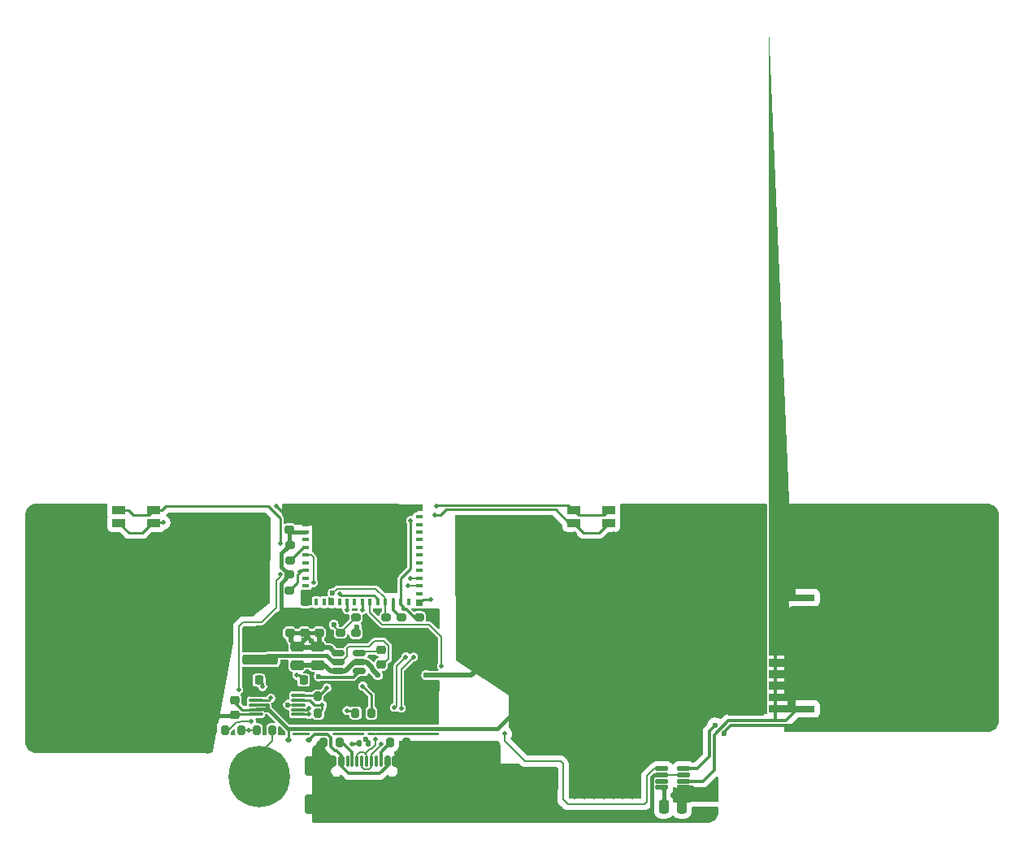
<source format=gbr>
%TF.GenerationSoftware,KiCad,Pcbnew,9.0.4*%
%TF.CreationDate,2025-09-10T21:24:44+08:00*%
%TF.ProjectId,smart_shunt_v0.0.1,736d6172-745f-4736-9875-6e745f76302e,v0.0.4*%
%TF.SameCoordinates,Original*%
%TF.FileFunction,Copper,L1,Top*%
%TF.FilePolarity,Positive*%
%FSLAX46Y46*%
G04 Gerber Fmt 4.6, Leading zero omitted, Abs format (unit mm)*
G04 Created by KiCad (PCBNEW 9.0.4) date 2025-09-10 21:24:44*
%MOMM*%
%LPD*%
G01*
G04 APERTURE LIST*
G04 Aperture macros list*
%AMRoundRect*
0 Rectangle with rounded corners*
0 $1 Rounding radius*
0 $2 $3 $4 $5 $6 $7 $8 $9 X,Y pos of 4 corners*
0 Add a 4 corners polygon primitive as box body*
4,1,4,$2,$3,$4,$5,$6,$7,$8,$9,$2,$3,0*
0 Add four circle primitives for the rounded corners*
1,1,$1+$1,$2,$3*
1,1,$1+$1,$4,$5*
1,1,$1+$1,$6,$7*
1,1,$1+$1,$8,$9*
0 Add four rect primitives between the rounded corners*
20,1,$1+$1,$2,$3,$4,$5,0*
20,1,$1+$1,$4,$5,$6,$7,0*
20,1,$1+$1,$6,$7,$8,$9,0*
20,1,$1+$1,$8,$9,$2,$3,0*%
%AMFreePoly0*
4,1,29,2.988536,5.003536,2.990000,5.000000,2.990000,-5.100000,2.988536,-5.103536,2.985000,-5.105000,1.585000,-5.105000,1.581464,-5.103536,1.580000,-5.100000,1.580000,-4.405000,-1.310000,-4.405000,-1.310000,-4.900000,-1.311464,-4.903536,-1.315000,-4.905000,-5.015000,-4.905000,-5.018536,-4.903536,-5.020000,-4.900000,-5.020000,4.800000,-5.018536,4.803536,-5.015000,4.805000,-1.315000,4.805000,
-1.311464,4.803536,-1.310000,4.800000,-1.310000,4.305000,1.580000,4.305000,1.580000,5.000000,1.581464,5.003536,1.585000,5.005000,2.985000,5.005000,2.988536,5.003536,2.988536,5.003536,$1*%
%AMFreePoly1*
4,1,61,0.403536,3.403536,0.405000,3.400000,0.405000,-4.600000,0.403536,-4.603536,0.400000,-4.605000,-2.400000,-4.605000,-2.403536,-4.603536,-2.405000,-4.600000,-2.405000,-3.800000,-2.403536,-3.796464,-2.400000,-3.795000,-0.405000,-3.795000,-0.405000,-3.405000,-2.400000,-3.405000,-2.403536,-3.403536,-2.405000,-3.400000,-2.405000,-2.600000,-2.403536,-2.596464,-2.400000,-2.595000,-0.405000,-2.595000,
-0.405000,-2.205000,-2.400000,-2.205000,-2.403536,-2.203536,-2.405000,-2.200000,-2.405000,-1.400000,-2.403536,-1.396464,-2.400000,-1.395000,-0.405000,-1.395000,-0.405000,-1.005000,-2.400000,-1.005000,-2.403536,-1.003536,-2.405000,-1.000000,-2.405000,-0.200000,-2.403536,-0.196464,-2.400000,-0.195000,-0.405000,-0.195000,-0.405000,0.195000,-2.400000,0.195000,-2.403536,0.196464,-2.405000,0.200000,
-2.405000,1.000000,-2.403536,1.003536,-2.400000,1.005000,-0.405000,1.005000,-0.405000,1.395000,-2.400000,1.395000,-2.403536,1.396464,-2.405000,1.400000,-2.405000,2.200000,-2.403536,2.203536,-2.400000,2.205000,-0.405000,2.205000,-0.405000,2.595000,-2.400000,2.595000,-2.403536,2.596464,-2.405000,2.600000,-2.405000,3.400000,-2.403536,3.403536,-2.400000,3.405000,0.400000,3.405000,
0.403536,3.403536,0.403536,3.403536,$1*%
%AMFreePoly2*
4,1,6,0.725000,-0.725000,-0.725000,-0.725000,-0.725000,0.125000,-0.125000,0.725000,0.725000,0.725000,0.725000,-0.725000,0.725000,-0.725000,$1*%
G04 Aperture macros list end*
%TA.AperFunction,ComponentPad*%
%ADD10C,2.000000*%
%TD*%
%TA.AperFunction,ComponentPad*%
%ADD11O,18.000000X18.500000*%
%TD*%
%TA.AperFunction,SMDPad,CuDef*%
%ADD12FreePoly0,180.000000*%
%TD*%
%TA.AperFunction,SMDPad,CuDef*%
%ADD13FreePoly1,180.000000*%
%TD*%
%TA.AperFunction,SMDPad,CuDef*%
%ADD14R,2.800000X0.800000*%
%TD*%
%TA.AperFunction,ComponentPad*%
%ADD15O,17.000000X17.500000*%
%TD*%
%TA.AperFunction,SMDPad,CuDef*%
%ADD16R,0.800000X0.400000*%
%TD*%
%TA.AperFunction,SMDPad,CuDef*%
%ADD17R,0.400000X0.800000*%
%TD*%
%TA.AperFunction,SMDPad,CuDef*%
%ADD18R,1.450000X1.450000*%
%TD*%
%TA.AperFunction,SMDPad,CuDef*%
%ADD19FreePoly2,0.000000*%
%TD*%
%TA.AperFunction,SMDPad,CuDef*%
%ADD20R,0.700000X0.700000*%
%TD*%
%TA.AperFunction,SMDPad,CuDef*%
%ADD21RoundRect,0.225000X0.250000X-0.225000X0.250000X0.225000X-0.250000X0.225000X-0.250000X-0.225000X0*%
%TD*%
%TA.AperFunction,SMDPad,CuDef*%
%ADD22RoundRect,0.200000X0.200000X0.275000X-0.200000X0.275000X-0.200000X-0.275000X0.200000X-0.275000X0*%
%TD*%
%TA.AperFunction,SMDPad,CuDef*%
%ADD23RoundRect,0.250000X1.600000X-0.300000X1.600000X0.300000X-1.600000X0.300000X-1.600000X-0.300000X0*%
%TD*%
%TA.AperFunction,SMDPad,CuDef*%
%ADD24RoundRect,0.200000X-0.275000X0.200000X-0.275000X-0.200000X0.275000X-0.200000X0.275000X0.200000X0*%
%TD*%
%TA.AperFunction,SMDPad,CuDef*%
%ADD25RoundRect,0.147500X0.147500X0.172500X-0.147500X0.172500X-0.147500X-0.172500X0.147500X-0.172500X0*%
%TD*%
%TA.AperFunction,SMDPad,CuDef*%
%ADD26RoundRect,0.225000X-0.250000X0.225000X-0.250000X-0.225000X0.250000X-0.225000X0.250000X0.225000X0*%
%TD*%
%TA.AperFunction,SMDPad,CuDef*%
%ADD27RoundRect,0.200000X0.275000X-0.200000X0.275000X0.200000X-0.275000X0.200000X-0.275000X-0.200000X0*%
%TD*%
%TA.AperFunction,ComponentPad*%
%ADD28C,0.800000*%
%TD*%
%TA.AperFunction,ComponentPad*%
%ADD29C,6.400000*%
%TD*%
%TA.AperFunction,SMDPad,CuDef*%
%ADD30RoundRect,0.150000X-0.512500X-0.150000X0.512500X-0.150000X0.512500X0.150000X-0.512500X0.150000X0*%
%TD*%
%TA.AperFunction,SMDPad,CuDef*%
%ADD31RoundRect,0.250000X1.950000X1.000000X-1.950000X1.000000X-1.950000X-1.000000X1.950000X-1.000000X0*%
%TD*%
%TA.AperFunction,SMDPad,CuDef*%
%ADD32RoundRect,0.250000X0.475000X-0.250000X0.475000X0.250000X-0.475000X0.250000X-0.475000X-0.250000X0*%
%TD*%
%TA.AperFunction,SMDPad,CuDef*%
%ADD33RoundRect,0.112500X-0.187500X-0.112500X0.187500X-0.112500X0.187500X0.112500X-0.187500X0.112500X0*%
%TD*%
%TA.AperFunction,SMDPad,CuDef*%
%ADD34R,1.400000X0.900000*%
%TD*%
%TA.AperFunction,SMDPad,CuDef*%
%ADD35RoundRect,0.225000X-0.225000X-0.250000X0.225000X-0.250000X0.225000X0.250000X-0.225000X0.250000X0*%
%TD*%
%TA.AperFunction,SMDPad,CuDef*%
%ADD36RoundRect,0.225000X0.225000X0.250000X-0.225000X0.250000X-0.225000X-0.250000X0.225000X-0.250000X0*%
%TD*%
%TA.AperFunction,SMDPad,CuDef*%
%ADD37RoundRect,0.150000X-0.150000X-0.425000X0.150000X-0.425000X0.150000X0.425000X-0.150000X0.425000X0*%
%TD*%
%TA.AperFunction,SMDPad,CuDef*%
%ADD38RoundRect,0.075000X-0.075000X-0.500000X0.075000X-0.500000X0.075000X0.500000X-0.075000X0.500000X0*%
%TD*%
%TA.AperFunction,SMDPad,CuDef*%
%ADD39RoundRect,0.250000X-0.840000X-0.750000X0.840000X-0.750000X0.840000X0.750000X-0.840000X0.750000X0*%
%TD*%
%TA.AperFunction,SMDPad,CuDef*%
%ADD40RoundRect,0.075000X0.650000X0.075000X-0.650000X0.075000X-0.650000X-0.075000X0.650000X-0.075000X0*%
%TD*%
%TA.AperFunction,SMDPad,CuDef*%
%ADD41RoundRect,0.125000X-0.537500X-0.125000X0.537500X-0.125000X0.537500X0.125000X-0.537500X0.125000X0*%
%TD*%
%TA.AperFunction,SMDPad,CuDef*%
%ADD42RoundRect,0.200000X-0.200000X-0.275000X0.200000X-0.275000X0.200000X0.275000X-0.200000X0.275000X0*%
%TD*%
%TA.AperFunction,SMDPad,CuDef*%
%ADD43RoundRect,0.250000X0.250000X0.475000X-0.250000X0.475000X-0.250000X-0.475000X0.250000X-0.475000X0*%
%TD*%
%TA.AperFunction,ViaPad*%
%ADD44C,0.500000*%
%TD*%
%TA.AperFunction,ViaPad*%
%ADD45C,0.600000*%
%TD*%
%TA.AperFunction,ViaPad*%
%ADD46C,1.000000*%
%TD*%
%TA.AperFunction,Conductor*%
%ADD47C,0.200000*%
%TD*%
%TA.AperFunction,Conductor*%
%ADD48C,0.300000*%
%TD*%
%TA.AperFunction,Conductor*%
%ADD49C,0.250000*%
%TD*%
%TA.AperFunction,Conductor*%
%ADD50C,0.400000*%
%TD*%
%TA.AperFunction,Conductor*%
%ADD51C,0.500000*%
%TD*%
G04 APERTURE END LIST*
D10*
%TO.P,J1,1,Pin_1*%
%TO.N,SHUNT+*%
X173858810Y-81671308D03*
X172108810Y-86171308D03*
X172108810Y-76921308D03*
X167358810Y-88471308D03*
D11*
X167358810Y-81671308D03*
D10*
X167358810Y-74921308D03*
X162858810Y-76921308D03*
X162358811Y-86171308D03*
X160858810Y-81671308D03*
%TD*%
%TO.P,J2,1,Pin_1*%
%TO.N,SHUNT-*%
X113358811Y-81671308D03*
X114858812Y-86171308D03*
X115358811Y-76921308D03*
X119858811Y-74921308D03*
D11*
X119858811Y-81671308D03*
D10*
X119858811Y-88471308D03*
X124608811Y-76921308D03*
X124608811Y-86171308D03*
X126358811Y-81671308D03*
%TD*%
D12*
%TO.P,Q1,3,D*%
%TO.N,SHUNT+*%
X180284999Y-84750001D03*
D13*
%TO.P,Q1,2,S*%
%TO.N,Net-(J6-Pin_1)*%
X188199999Y-84700001D03*
D14*
%TO.P,Q1,1,G*%
%TO.N,GATE*%
X189199999Y-88900001D03*
%TD*%
%TO.P,Q2,1,G*%
%TO.N,GATE*%
X189199999Y-77300001D03*
D13*
%TO.P,Q2,2,S*%
%TO.N,Net-(J6-Pin_1)*%
X188199999Y-73100001D03*
D12*
%TO.P,Q2,3,D*%
%TO.N,SHUNT+*%
X180284999Y-73150001D03*
%TD*%
D10*
%TO.P,J6,1,Pin_1*%
%TO.N,Net-(J6-Pin_1)*%
X207500000Y-79400000D03*
X206000000Y-74900000D03*
X205500000Y-84150000D03*
X201000000Y-86150000D03*
D15*
X201000000Y-79400000D03*
D10*
X201000000Y-72600000D03*
X196250000Y-84150000D03*
X196250000Y-74900000D03*
X194500000Y-79400000D03*
%TD*%
D16*
%TO.P,U1,1,GND*%
%TO.N,GND*%
X137558811Y-68871308D03*
%TO.P,U1,2,GND*%
X137558811Y-69671309D03*
%TO.P,U1,3,3V3*%
%TO.N,+3.3V*%
X137558811Y-70471308D03*
%TO.P,U1,4,NC*%
%TO.N,unconnected-(U1-NC-Pad4)*%
X137558811Y-71271307D03*
%TO.P,U1,5,GPIO2/ADC1_CH2*%
%TO.N,Net-(U1-GPIO2{slash}ADC1_CH2)*%
X137558811Y-72071308D03*
%TO.P,U1,6,GPIO3/ADC1_CH3*%
%TO.N,Net-(U1-GPIO3{slash}ADC1_CH3)*%
X137558811Y-72871308D03*
%TO.P,U1,7,NC*%
%TO.N,unconnected-(U1-NC-Pad7)*%
X137558811Y-73671308D03*
%TO.P,U1,8,EN/CHIP_PU*%
%TO.N,Net-(U1-EN{slash}CHIP_PU)*%
X137558811Y-74471308D03*
%TO.P,U1,9,NC*%
%TO.N,unconnected-(U1-NC-Pad9)*%
X137558811Y-75271309D03*
%TO.P,U1,10,NC*%
%TO.N,unconnected-(U1-NC-Pad10)*%
X137558811Y-76071308D03*
%TO.P,U1,11,GND*%
%TO.N,GND*%
X137558811Y-76871307D03*
D17*
%TO.P,U1,12,GPIO0/ADC1_CH0/XTAL_32K_P*%
%TO.N,unconnected-(U1-GPIO0{slash}ADC1_CH0{slash}XTAL_32K_P-Pad12)*%
X138658811Y-77771308D03*
%TO.P,U1,13,GPIO1/ADC1_CH1/XTAL_32K_N*%
%TO.N,unconnected-(U1-GPIO1{slash}ADC1_CH1{slash}XTAL_32K_N-Pad13)*%
X139458810Y-77771308D03*
%TO.P,U1,14,GND*%
%TO.N,GND*%
X140258811Y-77771308D03*
%TO.P,U1,15,NC*%
%TO.N,unconnected-(U1-NC-Pad15)*%
X141058811Y-77771308D03*
%TO.P,U1,16,GPIO10*%
%TO.N,SCL*%
X141858811Y-77771308D03*
%TO.P,U1,17,NC*%
%TO.N,unconnected-(U1-NC-Pad17)*%
X142658811Y-77771308D03*
%TO.P,U1,18,GPIO4/ADC1_CH4*%
%TO.N,LED*%
X143458811Y-77771309D03*
%TO.P,U1,19,GPIO5/ADC2_CH0*%
%TO.N,LD_DISC*%
X144258811Y-77771308D03*
%TO.P,U1,20,GPIO6*%
%TO.N,SDA*%
X145058811Y-77771308D03*
%TO.P,U1,21,GPIO7*%
%TO.N,ALERT*%
X145858811Y-77771308D03*
%TO.P,U1,22,GPIO8*%
%TO.N,Net-(U1-GPIO8)*%
X146658811Y-77771308D03*
%TO.P,U1,23,GPIO9*%
%TO.N,Net-(U1-GPIO9)*%
X147458812Y-77771308D03*
%TO.P,U1,24,NC*%
%TO.N,unconnected-(U1-NC-Pad24)*%
X148258811Y-77771308D03*
D16*
%TO.P,U1,25,NC*%
%TO.N,unconnected-(U1-NC-Pad25)*%
X149358811Y-76871307D03*
%TO.P,U1,26,GPIO18/USB_D-*%
%TO.N,USBD-*%
X149358811Y-76071308D03*
%TO.P,U1,27,GPIO19/USB_D+*%
%TO.N,USBD+*%
X149358811Y-75271309D03*
%TO.P,U1,28,NC*%
%TO.N,unconnected-(U1-NC-Pad28)*%
X149358811Y-74471308D03*
%TO.P,U1,29,NC*%
%TO.N,unconnected-(U1-NC-Pad29)*%
X149358811Y-73671308D03*
%TO.P,U1,30,GPIO20/U0RXD*%
%TO.N,unconnected-(U1-GPIO20{slash}U0RXD-Pad30)*%
X149358811Y-72871308D03*
%TO.P,U1,31,GPIO21/U0TXD*%
%TO.N,unconnected-(U1-GPIO21{slash}U0TXD-Pad31)*%
X149358811Y-72071308D03*
%TO.P,U1,32,NC*%
%TO.N,unconnected-(U1-NC-Pad32)*%
X149358811Y-71271307D03*
%TO.P,U1,33,NC*%
%TO.N,unconnected-(U1-NC-Pad33)*%
X149358811Y-70471308D03*
%TO.P,U1,34,NC*%
%TO.N,unconnected-(U1-NC-Pad34)*%
X149358811Y-69671309D03*
%TO.P,U1,35,NC*%
%TO.N,unconnected-(U1-NC-Pad35)*%
X149358811Y-68871308D03*
D17*
%TO.P,U1,36,GND*%
%TO.N,GND*%
X148258811Y-67971309D03*
%TO.P,U1,37,GND*%
X147458811Y-67971308D03*
%TO.P,U1,38,GND*%
X146658811Y-67971308D03*
%TO.P,U1,39,GND*%
X145858811Y-67971308D03*
%TO.P,U1,40,GND*%
X145058811Y-67971308D03*
%TO.P,U1,41,GND*%
X144258811Y-67971309D03*
%TO.P,U1,42,GND*%
X143458811Y-67971308D03*
%TO.P,U1,43,GND*%
X142658811Y-67971309D03*
%TO.P,U1,44,GND*%
X141858811Y-67971308D03*
%TO.P,U1,45,GND*%
X141058811Y-67971308D03*
%TO.P,U1,46,GND*%
X140258811Y-67971308D03*
%TO.P,U1,47,GND*%
X139458811Y-67971308D03*
%TO.P,U1,48,GND*%
X138658811Y-67971309D03*
D18*
%TO.P,U1,49,GND*%
X141483811Y-72871308D03*
X141483811Y-74846308D03*
D19*
X141483812Y-70896308D03*
D18*
X143458811Y-70896307D03*
X143458811Y-72871308D03*
X143458811Y-74846308D03*
X145433810Y-70896308D03*
X145433811Y-72871308D03*
X145433811Y-74846308D03*
D20*
%TO.P,U1,50,GND*%
X149408811Y-67921308D03*
%TO.P,U1,51,GND*%
X149408811Y-77821308D03*
%TO.P,U1,52,GND*%
X137508811Y-77821308D03*
%TO.P,U1,53,GND*%
X137508811Y-67921308D03*
%TD*%
D21*
%TO.P,C5,1*%
%TO.N,+3.3V*%
X135858811Y-70246309D03*
%TO.P,C5,2*%
%TO.N,GND*%
X135858811Y-68696309D03*
%TD*%
D22*
%TO.P,R3,1*%
%TO.N,+3.3V*%
X140483810Y-89346308D03*
%TO.P,R3,2*%
%TO.N,SDA*%
X138833810Y-89346308D03*
%TD*%
D23*
%TO.P,L1,1*%
%TO.N,Net-(U5-SW)*%
X132808810Y-83771308D03*
%TO.P,L1,2*%
%TO.N,+3.3V*%
X132808810Y-80771308D03*
%TD*%
D24*
%TO.P,R11,1*%
%TO.N,+3.3V*%
X141183810Y-79321307D03*
%TO.P,R11,2*%
%TO.N,Net-(U5-VFB)*%
X141183810Y-80971307D03*
%TD*%
D22*
%TO.P,R14,1*%
%TO.N,Net-(J3-Pin_1)*%
X134075000Y-91100000D03*
%TO.P,R14,2*%
%TO.N,Net-(U1-GPIO3{slash}ADC1_CH3)*%
X132425000Y-91100000D03*
%TD*%
%TO.P,R1,1*%
%TO.N,LED*%
X144395918Y-89327923D03*
%TO.P,R1,2*%
%TO.N,Net-(D1-A)*%
X142745918Y-89327923D03*
%TD*%
D25*
%TO.P,D1,1,K*%
%TO.N,GND*%
X144063811Y-92481308D03*
%TO.P,D1,2,A*%
%TO.N,Net-(D1-A)*%
X143093811Y-92481308D03*
%TD*%
D22*
%TO.P,R10,1*%
%TO.N,GND*%
X148033811Y-92411309D03*
%TO.P,R10,2*%
%TO.N,Net-(J4-CC2)*%
X146383811Y-92411309D03*
%TD*%
D26*
%TO.P,C10,1*%
%TO.N,+3.3V*%
X138958811Y-79421308D03*
%TO.P,C10,2*%
%TO.N,GND*%
X138958811Y-80971308D03*
%TD*%
D27*
%TO.P,R4,1*%
%TO.N,+3.3V*%
X145958811Y-80996309D03*
%TO.P,R4,2*%
%TO.N,ALERT*%
X145958811Y-79346309D03*
%TD*%
%TO.P,R7,1*%
%TO.N,+3.3V*%
X147558811Y-80996309D03*
%TO.P,R7,2*%
%TO.N,Net-(U1-GPIO8)*%
X147558811Y-79346309D03*
%TD*%
D26*
%TO.P,C11,1*%
%TO.N,SHUNT+*%
X178800000Y-98100000D03*
%TO.P,C11,2*%
%TO.N,GND*%
X178800000Y-99650000D03*
%TD*%
D28*
%TO.P,J5,1,Pin_1*%
%TO.N,GND*%
X156908811Y-96021309D03*
X156205867Y-97718365D03*
X156205867Y-94324253D03*
X154508811Y-98421309D03*
D29*
X154508811Y-96021309D03*
D28*
X154508811Y-93621309D03*
X152811755Y-97718365D03*
X152811755Y-94324253D03*
X152108811Y-96021309D03*
%TD*%
D30*
%TO.P,U5,1,GND*%
%TO.N,GND*%
X140896311Y-83071310D03*
%TO.P,U5,2,SW*%
%TO.N,Net-(U5-SW)*%
X140896311Y-84021309D03*
%TO.P,U5,3,VIN*%
%TO.N,SHUNT+*%
X140896311Y-84971308D03*
%TO.P,U5,4,VFB*%
%TO.N,Net-(U5-VFB)*%
X143171311Y-84971308D03*
%TO.P,U5,5,EN*%
%TO.N,SHUNT+*%
X143171311Y-84021309D03*
%TO.P,U5,6,VBST*%
%TO.N,Net-(U5-VBST)*%
X143171311Y-83071310D03*
%TD*%
D31*
%TO.P,C13,1*%
%TO.N,SHUNT+*%
X169100000Y-96200000D03*
%TO.P,C13,2*%
%TO.N,GND*%
X161700000Y-96200000D03*
%TD*%
D32*
%TO.P,C6,1*%
%TO.N,SHUNT+*%
X138776344Y-84317200D03*
%TO.P,C6,2*%
%TO.N,GND*%
X138776344Y-82417202D03*
%TD*%
D33*
%TO.P,D5,1,K*%
%TO.N,SHUNT+*%
X135808811Y-92171309D03*
%TO.P,D5,2,A*%
%TO.N,USB_VBUS*%
X137908811Y-92171309D03*
%TD*%
D34*
%TO.P,SW2,1,1*%
%TO.N,Net-(U1-GPIO9)*%
X165508810Y-68221307D03*
X169108810Y-68221307D03*
%TO.P,SW2,2,2*%
%TO.N,GND*%
X165508810Y-69521307D03*
X169108810Y-69521307D03*
%TD*%
D21*
%TO.P,C8,1*%
%TO.N,SHUNT-*%
X130200000Y-89525000D03*
%TO.P,C8,2*%
%TO.N,SHUNT+*%
X130200000Y-87975000D03*
%TD*%
%TO.P,C7,1*%
%TO.N,Net-(U5-SW)*%
X145400000Y-84275000D03*
%TO.P,C7,2*%
%TO.N,Net-(U5-VBST)*%
X145400000Y-82725000D03*
%TD*%
D26*
%TO.P,C3,1*%
%TO.N,+3.3V*%
X135908811Y-79421309D03*
%TO.P,C3,2*%
%TO.N,GND*%
X135908811Y-80971309D03*
%TD*%
D32*
%TO.P,C4,1*%
%TO.N,SHUNT+*%
X136701344Y-84317199D03*
%TO.P,C4,2*%
%TO.N,GND*%
X136701344Y-82417201D03*
%TD*%
D27*
%TO.P,R8,1*%
%TO.N,+3.3V*%
X149358811Y-80996309D03*
%TO.P,R8,2*%
%TO.N,Net-(U1-GPIO9)*%
X149358811Y-79346309D03*
%TD*%
D35*
%TO.P,C1,1*%
%TO.N,+3.3V*%
X135783811Y-85896309D03*
%TO.P,C1,2*%
%TO.N,GND*%
X137333811Y-85896309D03*
%TD*%
D28*
%TO.P,J3,1,Pin_1*%
%TO.N,Net-(J3-Pin_1)*%
X135108810Y-95971308D03*
X134405866Y-97668364D03*
X134405866Y-94274252D03*
X132708810Y-98371308D03*
D29*
X132708810Y-95971308D03*
D28*
X132708810Y-93571308D03*
X131011754Y-97668364D03*
X131011754Y-94274252D03*
X130308810Y-95971308D03*
%TD*%
D36*
%TO.P,C2,1*%
%TO.N,+3.3V*%
X134233811Y-85896309D03*
%TO.P,C2,2*%
%TO.N,GND*%
X132683811Y-85896309D03*
%TD*%
D24*
%TO.P,R6,1*%
%TO.N,+3.3V*%
X135908811Y-71796309D03*
%TO.P,R6,2*%
%TO.N,Net-(U1-GPIO2{slash}ADC1_CH2)*%
X135908811Y-73446309D03*
%TD*%
D37*
%TO.P,J4,A1,GND*%
%TO.N,GND*%
X140458811Y-94311308D03*
%TO.P,J4,A4,VBUS*%
%TO.N,USB_VBUS*%
X141258811Y-94311308D03*
D38*
%TO.P,J4,A5,CC1*%
%TO.N,Net-(J4-CC1)*%
X142408811Y-94311309D03*
%TO.P,J4,A6,D+*%
%TO.N,USBD+*%
X143408811Y-94311308D03*
%TO.P,J4,A7,D-*%
%TO.N,USBD-*%
X143908811Y-94311308D03*
%TO.P,J4,A8,SBU1*%
%TO.N,unconnected-(J4-SBU1-PadA8)*%
X144908811Y-94311309D03*
D37*
%TO.P,J4,A9,VBUS*%
%TO.N,USB_VBUS*%
X146058811Y-94311308D03*
%TO.P,J4,A12,GND*%
%TO.N,GND*%
X146858811Y-94311308D03*
%TO.P,J4,B1,GND*%
X146858811Y-94311308D03*
%TO.P,J4,B4,VBUS*%
%TO.N,USB_VBUS*%
X146058811Y-94311308D03*
D38*
%TO.P,J4,B5,CC2*%
%TO.N,Net-(J4-CC2)*%
X145408811Y-94311308D03*
%TO.P,J4,B6,D+*%
%TO.N,USBD+*%
X144408811Y-94311308D03*
%TO.P,J4,B7,D-*%
%TO.N,USBD-*%
X142908811Y-94311308D03*
%TO.P,J4,B8,SBU2*%
%TO.N,unconnected-(J4-SBU2-PadB8)*%
X141908811Y-94311308D03*
D37*
%TO.P,J4,B9,VBUS*%
%TO.N,USB_VBUS*%
X141258811Y-94311308D03*
%TO.P,J4,B12,GND*%
%TO.N,GND*%
X140458811Y-94311308D03*
D39*
%TO.P,J4,S1,SHIELD*%
X138548811Y-94886308D03*
X138548811Y-98816308D03*
X148768811Y-94886308D03*
X148768811Y-98816308D03*
%TD*%
D40*
%TO.P,U4,1,A1*%
%TO.N,GND*%
X136758810Y-89471308D03*
%TO.P,U4,2,A0*%
X136758810Y-88971307D03*
%TO.P,U4,3,~{Alert}*%
%TO.N,ALERT*%
X136758810Y-88471308D03*
%TO.P,U4,4,SDA*%
%TO.N,SDA*%
X136758810Y-87971309D03*
%TO.P,U4,5,SCL*%
%TO.N,SCL*%
X136758810Y-87471308D03*
%TO.P,U4,6,VS*%
%TO.N,+3.3V*%
X132358810Y-87471308D03*
%TO.P,U4,7,GND*%
%TO.N,GND*%
X132358810Y-87971309D03*
%TO.P,U4,8,Vbus*%
%TO.N,SHUNT+*%
X132358810Y-88471308D03*
%TO.P,U4,9,Vin-*%
X132358810Y-88971307D03*
%TO.P,U4,10,Vin+*%
%TO.N,SHUNT-*%
X132358810Y-89471308D03*
%TD*%
D34*
%TO.P,SW1,1,1*%
%TO.N,Net-(U1-EN{slash}CHIP_PU)*%
X118108811Y-68221309D03*
X121708811Y-68221309D03*
%TO.P,SW1,2,2*%
%TO.N,GND*%
X118108811Y-69521309D03*
X121708811Y-69521309D03*
%TD*%
D24*
%TO.P,R12,1*%
%TO.N,Net-(U5-VFB)*%
X142783811Y-79346309D03*
%TO.P,R12,2*%
%TO.N,GND*%
X142783811Y-80996309D03*
%TD*%
D41*
%TO.P,U2,1,EN*%
%TO.N,LD_DISC*%
X174662500Y-95125000D03*
%TO.P,U2,2,GND*%
%TO.N,GND*%
X174662500Y-95775000D03*
%TO.P,U2,3,NC*%
%TO.N,unconnected-(U2-NC-Pad3)*%
X174662500Y-96425000D03*
%TO.P,U2,4,VCAP*%
%TO.N,VCAP*%
X174662500Y-97075000D03*
%TO.P,U2,5,VS*%
%TO.N,SHUNT+*%
X176937500Y-97075000D03*
%TO.P,U2,6,GATE*%
%TO.N,GATE*%
X176937500Y-96425000D03*
%TO.P,U2,7,OV*%
%TO.N,GND*%
X176937500Y-95775000D03*
%TO.P,U2,8,SRC*%
%TO.N,Net-(J6-Pin_1)*%
X176937500Y-95125000D03*
%TD*%
D42*
%TO.P,R9,1*%
%TO.N,GND*%
X139413810Y-92411309D03*
%TO.P,R9,2*%
%TO.N,Net-(J4-CC1)*%
X141063810Y-92411309D03*
%TD*%
D22*
%TO.P,R13,1*%
%TO.N,Net-(U1-GPIO3{slash}ADC1_CH3)*%
X130825000Y-91100000D03*
%TO.P,R13,2*%
%TO.N,GND*%
X129175000Y-91100000D03*
%TD*%
D24*
%TO.P,R5,1*%
%TO.N,+3.3V*%
X135858811Y-74896307D03*
%TO.P,R5,2*%
%TO.N,Net-(U1-EN{slash}CHIP_PU)*%
X135858811Y-76546307D03*
%TD*%
D22*
%TO.P,R2,1*%
%TO.N,+3.3V*%
X140458811Y-87596309D03*
%TO.P,R2,2*%
%TO.N,SCL*%
X138808811Y-87596309D03*
%TD*%
D43*
%TO.P,C12,1*%
%TO.N,SHUNT+*%
X176749999Y-99100000D03*
%TO.P,C12,2*%
%TO.N,VCAP*%
X174850001Y-99100000D03*
%TD*%
D26*
%TO.P,C9,1*%
%TO.N,+3.3V*%
X137433810Y-79421308D03*
%TO.P,C9,2*%
%TO.N,GND*%
X137433810Y-80971308D03*
%TD*%
D44*
%TO.N,USBD-*%
X144833811Y-92071309D03*
X148000000Y-83471308D03*
X146798926Y-88753375D03*
X148208810Y-76071308D03*
%TO.N,USBD+*%
X148800000Y-83500000D03*
X145418597Y-92527993D03*
X148458811Y-75271309D03*
X147508811Y-88821308D03*
%TO.N,LED*%
X143508810Y-86521309D03*
X143458811Y-78571308D03*
%TO.N,Net-(U1-EN{slash}CHIP_PU)*%
X136958811Y-74621308D03*
X134908811Y-71671307D03*
%TO.N,Net-(U1-GPIO9)*%
X148508809Y-69271309D03*
X151208811Y-67771297D03*
D45*
%TO.N,ALERT*%
X135719458Y-88471308D03*
X140363077Y-76841408D03*
D44*
%TO.N,SCL*%
X139758811Y-86721308D03*
X141858810Y-78571308D03*
%TO.N,SDA*%
X139274664Y-88468636D03*
X141108811Y-76921306D03*
%TO.N,GND*%
X146558811Y-69871308D03*
X131900000Y-90200000D03*
X146508811Y-73821309D03*
X173599000Y-99501579D03*
X142458810Y-71921309D03*
X150600000Y-77500000D03*
X144408811Y-71871308D03*
D45*
X137353023Y-81765519D03*
X143008811Y-99901309D03*
D44*
X134508811Y-67771308D03*
D45*
X146508811Y-96821309D03*
D44*
X133908811Y-87771309D03*
D45*
X143847013Y-92071993D03*
X136058811Y-81671307D03*
X138144631Y-81785487D03*
D44*
X140358811Y-73871308D03*
D45*
X144758811Y-96821309D03*
X142883811Y-80396309D03*
D44*
X142458810Y-73821309D03*
X146608811Y-71971309D03*
X136631651Y-85375036D03*
X137858811Y-89471309D03*
X122708811Y-69471309D03*
X140658811Y-70171308D03*
X151000000Y-68700000D03*
X144464473Y-73821308D03*
X133058811Y-86571309D03*
D45*
X144758811Y-99901309D03*
X143008811Y-98321309D03*
X146488811Y-99901308D03*
D44*
X144408811Y-69771309D03*
X140358811Y-71921309D03*
D45*
X140758811Y-98321309D03*
D44*
X137858811Y-88871309D03*
D45*
X146508811Y-98321309D03*
X144758811Y-98321309D03*
X140758811Y-96821309D03*
X140758811Y-99901309D03*
X139008810Y-81646309D03*
D44*
X142458810Y-69821308D03*
D45*
X143008811Y-96821309D03*
D44*
%TO.N,Net-(D1-A)*%
X141858811Y-89071309D03*
X142408811Y-92571309D03*
D45*
%TO.N,Net-(U5-VFB)*%
X138922782Y-85510280D03*
X140483811Y-80121307D03*
D44*
%TO.N,SHUNT+*%
X155600000Y-75600000D03*
X173600000Y-73600000D03*
X165600000Y-93600000D03*
X173600000Y-68600000D03*
X157600000Y-78600000D03*
X163600000Y-90600000D03*
X174600000Y-71600000D03*
X155600000Y-76600000D03*
X175600000Y-88600000D03*
X164600000Y-91600000D03*
X172600000Y-70600000D03*
X166600000Y-98100000D03*
D46*
X179299999Y-81800002D03*
D44*
X167600000Y-98100000D03*
X163600000Y-71600000D03*
X163600000Y-91600000D03*
X159600000Y-69600000D03*
X165600000Y-95600000D03*
X161600000Y-90600000D03*
D46*
X183300000Y-76300000D03*
D44*
X168600000Y-93600000D03*
X176600000Y-90600000D03*
X173600000Y-93600000D03*
X161600000Y-71600000D03*
X158600000Y-86600000D03*
D46*
X183299999Y-85800001D03*
D44*
X175600000Y-91600000D03*
X155600000Y-73600000D03*
X162600000Y-92600000D03*
X164600000Y-71600000D03*
X168600000Y-91600000D03*
X176600000Y-89600000D03*
D46*
X181299999Y-83800002D03*
D44*
X156600000Y-85600000D03*
X175600000Y-74600000D03*
X155600000Y-69600000D03*
D46*
X183300000Y-72300000D03*
D44*
X158600000Y-75600000D03*
X157600000Y-74600000D03*
X160600000Y-70600000D03*
X175600000Y-90600000D03*
X170600000Y-93600000D03*
X161600000Y-89600000D03*
X167600000Y-92600000D03*
D46*
X179299999Y-76300001D03*
D44*
X169600000Y-70600000D03*
X170600000Y-92600000D03*
X154300000Y-78600000D03*
X158600000Y-70600000D03*
D46*
X181299999Y-70300001D03*
D44*
X159600000Y-73600000D03*
X155600000Y-78600000D03*
X166600000Y-92600000D03*
X154300000Y-77600000D03*
X164600000Y-70600000D03*
X173600000Y-90600000D03*
D46*
X179299999Y-87800001D03*
D44*
X156600000Y-69600000D03*
X167700000Y-71600000D03*
X174600000Y-90600000D03*
X157600000Y-81600000D03*
X172600000Y-73600000D03*
X159600000Y-74600000D03*
X155600000Y-72600000D03*
X156600000Y-82600000D03*
X156600000Y-84600000D03*
X168600000Y-92600000D03*
D46*
X179299999Y-83800001D03*
X181299999Y-87800001D03*
D44*
X165600000Y-70600000D03*
X166600000Y-71600000D03*
X180000000Y-97000000D03*
D46*
X183299999Y-74300001D03*
D44*
X157600000Y-72600000D03*
X168700000Y-71600000D03*
X155600000Y-70600000D03*
X155600000Y-77600000D03*
X160600000Y-90600000D03*
X174600000Y-69600000D03*
X178600000Y-93600000D03*
X174600000Y-70600000D03*
D46*
X183300000Y-70300001D03*
D44*
X156600000Y-76600000D03*
D46*
X181300000Y-74300000D03*
D44*
X157600000Y-70600000D03*
D46*
X181299999Y-76300001D03*
D45*
X150100000Y-85385348D03*
D44*
X155600000Y-79600000D03*
X163600000Y-72600000D03*
X158600000Y-74600000D03*
X160600000Y-69600000D03*
X154300000Y-70600000D03*
X161600000Y-91600000D03*
X165600000Y-91600000D03*
X154300000Y-81600000D03*
X158600000Y-73600000D03*
X166600000Y-93600000D03*
X160600000Y-73600000D03*
X167600000Y-93600000D03*
X160600000Y-91600000D03*
X165600000Y-94600000D03*
X155600000Y-82600000D03*
X162600000Y-71600000D03*
D46*
X179299999Y-72299999D03*
D44*
X175600000Y-89600000D03*
X155600000Y-83600000D03*
X163600000Y-70600000D03*
X178600000Y-91600000D03*
X156600000Y-73600000D03*
D46*
X181299999Y-72300002D03*
D44*
X177600000Y-93600000D03*
X165600000Y-98100000D03*
X175600000Y-72600000D03*
X175600000Y-70600000D03*
X159600000Y-72600000D03*
X154300000Y-80600000D03*
X154300000Y-76600000D03*
X175600000Y-93600000D03*
X171600000Y-98100000D03*
X155600000Y-81600000D03*
X174600000Y-91600000D03*
X157600000Y-73600000D03*
X173600000Y-72600000D03*
X154300000Y-71600000D03*
X177600000Y-90600000D03*
X157600000Y-82600000D03*
D46*
X181299999Y-81800001D03*
D44*
X162600000Y-90600000D03*
X154300000Y-73600000D03*
X156600000Y-70600000D03*
X156600000Y-78600000D03*
X156600000Y-74600000D03*
X175600000Y-92600000D03*
X154300000Y-72600000D03*
X157600000Y-69600000D03*
X160600000Y-92600000D03*
X176600000Y-93600000D03*
X178600000Y-92600000D03*
X159600000Y-70600000D03*
X160600000Y-89600000D03*
X155600000Y-74600000D03*
X173600000Y-69600000D03*
X177600000Y-91600000D03*
X156600000Y-72600000D03*
X172600000Y-69600000D03*
X159600000Y-71600000D03*
X174600000Y-93600000D03*
X171600000Y-71600000D03*
X161600000Y-73600000D03*
X174600000Y-68600000D03*
D45*
X145073414Y-85385656D03*
D44*
X176600000Y-87600000D03*
X161600000Y-70600000D03*
X176600000Y-88600000D03*
X172600000Y-93600000D03*
D46*
X179299999Y-74300001D03*
D44*
X176600000Y-91600000D03*
X157600000Y-75600000D03*
X157600000Y-85600000D03*
X165600000Y-96600000D03*
D46*
X179299999Y-85800001D03*
D44*
X157600000Y-77600000D03*
X174600000Y-88600000D03*
X172600000Y-71600000D03*
X157600000Y-84600000D03*
X158600000Y-69600000D03*
X169600000Y-98100000D03*
X169600000Y-93600000D03*
D46*
X183299999Y-83800001D03*
D44*
X171600000Y-72600000D03*
X156600000Y-83600000D03*
X154300000Y-75600000D03*
X155600000Y-84600000D03*
X157600000Y-79600000D03*
X159600000Y-75600000D03*
X158600000Y-76600000D03*
X175600000Y-87600000D03*
X163600000Y-69600000D03*
X167600000Y-91600000D03*
X156600000Y-81600000D03*
X166600000Y-91600000D03*
D46*
X179299999Y-70300002D03*
D44*
X162600000Y-69600000D03*
X169700000Y-71600000D03*
X173600000Y-89600000D03*
X158600000Y-85600000D03*
X168599999Y-98100000D03*
X175600000Y-73600000D03*
X173600000Y-70600000D03*
X171600000Y-90600000D03*
X170700000Y-72600000D03*
X175600000Y-68600000D03*
X154300000Y-82600000D03*
X169600000Y-92600000D03*
X157600000Y-76600000D03*
X174600000Y-89600000D03*
X171600000Y-91600000D03*
X154300000Y-69600000D03*
X172600000Y-92600000D03*
X174600000Y-74600000D03*
X162600000Y-70600000D03*
X156600000Y-79600000D03*
X169600000Y-91600000D03*
X156600000Y-71600000D03*
X176600000Y-92600000D03*
X170700000Y-71600000D03*
X156600000Y-80600000D03*
X172600000Y-68600000D03*
X164600000Y-92600000D03*
X170600000Y-98100000D03*
X173600000Y-91600000D03*
X180000000Y-98100000D03*
X157600000Y-80600000D03*
X161600000Y-69600000D03*
X173600000Y-71600000D03*
X160600000Y-71600000D03*
X165600000Y-71600000D03*
D46*
X181300000Y-85800000D03*
D44*
X173600000Y-92600000D03*
X171600000Y-93600000D03*
X154300000Y-74600000D03*
X162600000Y-72600000D03*
X161600000Y-92600000D03*
X172600000Y-90600000D03*
X174600000Y-92600000D03*
X156600000Y-77600000D03*
X171600000Y-70600000D03*
X158600000Y-71600000D03*
X160600000Y-74600000D03*
X157600000Y-83600000D03*
X162600000Y-91600000D03*
X154300000Y-79600000D03*
D46*
X183300000Y-81800001D03*
D44*
X155600000Y-80600000D03*
X171600000Y-92600000D03*
X175600000Y-69600000D03*
X170600000Y-91600000D03*
X157600000Y-71600000D03*
X165600000Y-92600000D03*
X177600000Y-92600000D03*
X163600000Y-92600000D03*
X158600000Y-72600000D03*
X155600000Y-71600000D03*
X154300000Y-83600000D03*
D46*
X183300000Y-87800000D03*
D44*
X178600000Y-90600000D03*
X160600000Y-72600000D03*
X161600000Y-72600000D03*
X156600000Y-75600000D03*
X175600000Y-71600000D03*
X172600000Y-72600000D03*
X174600000Y-72600000D03*
X172600000Y-91600000D03*
X174600000Y-73600000D03*
%TO.N,Net-(J6-Pin_1)*%
X191500000Y-85600000D03*
X195600000Y-71600000D03*
X193600000Y-71600000D03*
X194600000Y-88600000D03*
X206600000Y-86600000D03*
X208600000Y-71600000D03*
D45*
X181109620Y-91509620D03*
D44*
X191500000Y-78000000D03*
X197600000Y-70600000D03*
X207600000Y-85600000D03*
X193600000Y-69600000D03*
X196600000Y-89600000D03*
X204600000Y-88600000D03*
X193600000Y-68600000D03*
X199600000Y-88600000D03*
X196600000Y-87600000D03*
X206600000Y-87600000D03*
X204600000Y-70600000D03*
X208600000Y-68600000D03*
X193600000Y-70600000D03*
X208600000Y-89600000D03*
X192600000Y-74600000D03*
X207600000Y-89600000D03*
X206600000Y-89600000D03*
X191500000Y-79000000D03*
X203600000Y-89600000D03*
X197600000Y-89600000D03*
X193600000Y-85600000D03*
X191500000Y-82600000D03*
X200600000Y-88600000D03*
X192600000Y-72600000D03*
X191500000Y-80000000D03*
X192600000Y-70600000D03*
X196600000Y-88600000D03*
X206600000Y-70600000D03*
X191500000Y-86600000D03*
X193600000Y-86600000D03*
X194600000Y-89600000D03*
X191600000Y-69600000D03*
X191500000Y-87600000D03*
X194600000Y-71600000D03*
X208600000Y-85600000D03*
X192600000Y-87600000D03*
X202600000Y-88600000D03*
X207600000Y-69600000D03*
X201600000Y-88600000D03*
X208600000Y-73600000D03*
X195600000Y-88600000D03*
X191600000Y-70600000D03*
X191600000Y-68600000D03*
X193600000Y-73600000D03*
X200600000Y-89600000D03*
X192600000Y-75600000D03*
D45*
X188800000Y-90600000D03*
D44*
X192600000Y-69600000D03*
X197600000Y-88600000D03*
X191500000Y-77000000D03*
X191600000Y-72600000D03*
X203600000Y-70600000D03*
X193600000Y-89600000D03*
X191500000Y-76000000D03*
X192600000Y-73600000D03*
X207600000Y-71600000D03*
X207600000Y-87600000D03*
X208600000Y-69600000D03*
X198600000Y-89600000D03*
X192600000Y-84600000D03*
X192600000Y-86600000D03*
X193600000Y-87600000D03*
X205600000Y-87600000D03*
X193600000Y-72600000D03*
X195600000Y-70600000D03*
X192600000Y-68600000D03*
X191600000Y-74600000D03*
X191500000Y-88600000D03*
X192600000Y-83600000D03*
X208600000Y-88600000D03*
X192600000Y-88600000D03*
X191600000Y-71600000D03*
X205600000Y-88600000D03*
X201600000Y-89600000D03*
X206600000Y-88600000D03*
D45*
X180190380Y-90590380D03*
D44*
X208600000Y-87600000D03*
X208600000Y-86600000D03*
X191600000Y-73600000D03*
X192600000Y-85600000D03*
X191500000Y-84600000D03*
X203600000Y-88600000D03*
X207600000Y-86600000D03*
X207600000Y-72600000D03*
X195600000Y-89600000D03*
X208600000Y-84600000D03*
X206600000Y-71600000D03*
X198600000Y-88600000D03*
X195600000Y-87600000D03*
X191500000Y-81000000D03*
X196600000Y-70600000D03*
X194600000Y-86600000D03*
X192600000Y-89600000D03*
X204600000Y-89600000D03*
X207600000Y-70600000D03*
X194600000Y-87600000D03*
X202600000Y-89600000D03*
X208600000Y-72600000D03*
X208600000Y-70600000D03*
X205600000Y-70600000D03*
X207600000Y-68600000D03*
X205600000Y-89600000D03*
X199600000Y-89600000D03*
X192600000Y-71600000D03*
X193600000Y-88600000D03*
X194600000Y-70600000D03*
X207600000Y-88600000D03*
X191500000Y-83600000D03*
%TO.N,LD_DISC*%
X151700000Y-84400000D03*
X158300000Y-91500000D03*
%TO.N,Net-(U1-GPIO3{slash}ADC1_CH3)*%
X138384224Y-75724592D03*
X131650000Y-91100000D03*
X134888537Y-74845274D03*
X130583810Y-86900000D03*
%TD*%
D47*
%TO.N,USBD-*%
X148208810Y-76071308D02*
X149358810Y-76071309D01*
X142908811Y-94311308D02*
X142908811Y-93702485D01*
X144401173Y-93102308D02*
X144207811Y-93102309D01*
X147000000Y-88552301D02*
X146798926Y-88753375D01*
X144833811Y-92071309D02*
X144833810Y-92669671D01*
X142908811Y-93702485D02*
X143175987Y-93435309D01*
X148000000Y-83471308D02*
X147000000Y-84471308D01*
X144207811Y-93102309D02*
X143758223Y-93551897D01*
X143908811Y-93702484D02*
X143908811Y-94311309D01*
X147000000Y-84471308D02*
X147000000Y-88552301D01*
X143758223Y-93551897D02*
X143908811Y-93702484D01*
X143641635Y-93435309D02*
X143758223Y-93551897D01*
X143175987Y-93435309D02*
X143641635Y-93435309D01*
X144833810Y-92669671D02*
X144401173Y-93102308D01*
%TO.N,USBD+*%
X145461913Y-92608669D02*
X144408811Y-93661771D01*
X145418597Y-92527993D02*
X145461913Y-92571309D01*
X143408811Y-94311309D02*
X143408810Y-94920133D01*
X145461913Y-92571309D02*
X145461913Y-92608669D01*
X143675986Y-95187308D02*
X144141635Y-95187309D01*
X144141635Y-95187309D02*
X144408811Y-94920133D01*
X144408811Y-93661771D02*
X144408811Y-94311308D01*
X143408810Y-94920133D02*
X143675986Y-95187308D01*
X147508811Y-88821308D02*
X147508811Y-84791189D01*
X148458811Y-75271309D02*
X149358811Y-75271309D01*
X147508811Y-84791189D02*
X148800000Y-83500000D01*
X144408811Y-94920133D02*
X144408811Y-94311308D01*
D48*
%TO.N,USB_VBUS*%
X140774811Y-93237309D02*
X140630036Y-93237308D01*
X142047529Y-95638309D02*
X141258810Y-94849589D01*
X140208811Y-92816082D02*
X140208811Y-91922992D01*
X141258810Y-94311308D02*
X141258810Y-93721308D01*
X145261345Y-95638309D02*
X142047529Y-95638309D01*
X141258810Y-93721308D02*
X140774811Y-93237309D01*
X138494811Y-91585309D02*
X137908811Y-92171309D01*
X141258810Y-94849589D02*
X141258810Y-94311308D01*
X146058811Y-94840843D02*
X145261345Y-95638309D01*
X146058811Y-94311309D02*
X146058811Y-94840843D01*
X140208811Y-91922992D02*
X139871125Y-91585308D01*
X139871125Y-91585308D02*
X138494811Y-91585309D01*
X140630036Y-93237308D02*
X140208811Y-92816082D01*
%TO.N,Net-(J4-CC2)*%
X145408810Y-94311307D02*
X145408810Y-93386308D01*
X145408810Y-93386308D02*
X146383810Y-92411309D01*
%TO.N,Net-(J4-CC1)*%
X141388811Y-92411309D02*
X141063810Y-92411309D01*
X142408811Y-93431309D02*
X141388811Y-92411309D01*
X142408811Y-94311310D02*
X142408811Y-93431309D01*
D49*
%TO.N,LED*%
X144393810Y-87406309D02*
X144393811Y-89325816D01*
X143458811Y-78571308D02*
X143458811Y-77521310D01*
X143508810Y-86521309D02*
X144393810Y-87406309D01*
%TO.N,Net-(U1-EN{slash}CHIP_PU)*%
X134908811Y-69071309D02*
X134908811Y-71671307D01*
X122558810Y-68221309D02*
X123008811Y-67771308D01*
X136658811Y-74921308D02*
X136658811Y-75746308D01*
X136658811Y-75746308D02*
X135858811Y-76546308D01*
X123008811Y-67771308D02*
X133608810Y-67771309D01*
X118108810Y-68221308D02*
X119058811Y-68221309D01*
X121208811Y-68721309D02*
X121708811Y-68221309D01*
X137108811Y-74471307D02*
X136658811Y-74921308D01*
X119558811Y-68721308D02*
X121208811Y-68721309D01*
X121708811Y-68221309D02*
X122558810Y-68221309D01*
X133608810Y-67771309D02*
X134908811Y-69071309D01*
X119058811Y-68221309D02*
X119558811Y-68721308D01*
X137558811Y-74471307D02*
X137108811Y-74471307D01*
%TO.N,Net-(U1-GPIO2{slash}ADC1_CH2)*%
X137283812Y-72071308D02*
X135908811Y-73446309D01*
D48*
%TO.N,Net-(U1-GPIO8)*%
X146658810Y-78571308D02*
X147308811Y-79221309D01*
X146658811Y-77521309D02*
X146658810Y-78571308D01*
%TO.N,Net-(U1-GPIO9)*%
X149308810Y-79396308D02*
X148883811Y-79396309D01*
D49*
X147458812Y-75308137D02*
X147458812Y-77521309D01*
X148508810Y-74258137D02*
X147458812Y-75308137D01*
X168608811Y-68721309D02*
X166008811Y-68721308D01*
X148508811Y-69271311D02*
X148508810Y-74258137D01*
X169108811Y-68221309D02*
X168608811Y-68721309D01*
X151333811Y-67646298D02*
X164933800Y-67646297D01*
D48*
X147707810Y-78220308D02*
X147458812Y-77971310D01*
D49*
X151208811Y-67771297D02*
X151333811Y-67646298D01*
D48*
X148009810Y-78522308D02*
X147707810Y-78522307D01*
D49*
X164933800Y-67646297D02*
X165508811Y-68221309D01*
D48*
X148883811Y-79396309D02*
X148009810Y-78522308D01*
D49*
X148508809Y-69271309D02*
X148508811Y-69271311D01*
D48*
X147707810Y-78522307D02*
X147707810Y-78220308D01*
D49*
X166008811Y-68721308D02*
X165508811Y-68221309D01*
D47*
%TO.N,ALERT*%
X145858810Y-77369308D02*
X144859808Y-76370306D01*
X145858810Y-77771308D02*
X145858810Y-77369308D01*
X144859808Y-76370306D02*
X140834180Y-76370306D01*
X140834180Y-76370306D02*
X140363077Y-76841408D01*
X145858810Y-77771308D02*
X145858811Y-78246309D01*
X145858811Y-78246309D02*
X145808811Y-78296309D01*
X135719458Y-88471308D02*
X136758811Y-88471309D01*
X145808811Y-78296309D02*
X145808811Y-79196309D01*
%TO.N,Net-(U5-VBST)*%
X144883810Y-82896309D02*
X143221312Y-82896309D01*
D50*
%TO.N,Net-(U5-SW)*%
X140400422Y-84021309D02*
X140896311Y-84021309D01*
D47*
X144755010Y-81800000D02*
X144155010Y-82400000D01*
D50*
X139750422Y-83371309D02*
X140400422Y-84021309D01*
D47*
X142065153Y-82400000D02*
X141859811Y-82605342D01*
D50*
X139539518Y-83371307D02*
X139750422Y-83371309D01*
X137464518Y-83371309D02*
X138028373Y-83371308D01*
D47*
X144155010Y-82400000D02*
X142065153Y-82400000D01*
D50*
X135957366Y-83367316D02*
X137460526Y-83367317D01*
X133108811Y-83796309D02*
X133533810Y-83371308D01*
X135953373Y-83371308D02*
X135957366Y-83367316D01*
D47*
X141859811Y-83412278D02*
X141250780Y-84021309D01*
X141859811Y-82605342D02*
X141859811Y-83412278D01*
D50*
X139535526Y-83367317D02*
X139539518Y-83371307D01*
D47*
X146200000Y-83700000D02*
X146200000Y-82300000D01*
X145700000Y-81800000D02*
X144755010Y-81800000D01*
X146200000Y-82300000D02*
X145700000Y-81800000D01*
X145453691Y-84446309D02*
X146200000Y-83700000D01*
D50*
X137460526Y-83367317D02*
X137464518Y-83371309D01*
X138028373Y-83371308D02*
X138032366Y-83367317D01*
X138032366Y-83367317D02*
X139535526Y-83367317D01*
X133533810Y-83371308D02*
X135953373Y-83371308D01*
D49*
%TO.N,SHUNT-*%
X130250000Y-89575000D02*
X130200000Y-89525000D01*
D50*
X128012503Y-89575000D02*
X130150000Y-89575000D01*
D49*
X132358811Y-89471309D02*
X130514452Y-89471309D01*
D50*
X130150000Y-89575000D02*
X130200000Y-89525000D01*
D49*
X130514452Y-89471309D02*
X130410761Y-89575000D01*
X130410761Y-89575000D02*
X130250000Y-89575000D01*
D50*
X124608811Y-86171308D02*
X128012503Y-89575000D01*
D49*
%TO.N,SCL*%
X139008810Y-87471309D02*
X138386992Y-87471309D01*
X136758811Y-87471309D02*
X138683811Y-87471309D01*
X141858810Y-78571308D02*
X141858810Y-77521309D01*
X139758811Y-86721308D02*
X139008810Y-87471309D01*
D50*
%TO.N,+3.3V*%
X137558811Y-70471308D02*
X136083809Y-70471308D01*
X135033811Y-74071307D02*
X135858811Y-74896308D01*
D49*
X133058811Y-87471309D02*
X132358810Y-87471309D01*
D50*
X135033811Y-72671309D02*
X135033811Y-74071307D01*
X135858811Y-74896308D02*
X134983811Y-75771308D01*
X134983811Y-78871308D02*
X133083810Y-80771309D01*
D49*
X134258810Y-85721308D02*
X135758811Y-85721309D01*
X134233811Y-86296309D02*
X133058811Y-87471309D01*
D50*
X135908811Y-71796309D02*
X135033811Y-72671309D01*
X134983811Y-75771308D02*
X134983811Y-78871308D01*
D49*
X134233811Y-85896308D02*
X134233811Y-86296309D01*
D50*
X135858811Y-70246309D02*
X135858811Y-71746309D01*
D49*
%TO.N,SDA*%
X136758811Y-87971310D02*
X137960807Y-87971310D01*
X141108811Y-76921306D02*
X141232812Y-77045308D01*
X144784811Y-77147309D02*
X144784810Y-77247308D01*
X138458134Y-88468636D02*
X139274664Y-88468636D01*
X144682810Y-77045308D02*
X144784811Y-77147309D01*
X141232812Y-77045308D02*
X144682810Y-77045308D01*
X139274664Y-88468636D02*
X139274664Y-88905456D01*
X139274664Y-88905456D02*
X138833810Y-89346308D01*
X144784810Y-77247308D02*
X145058811Y-77521309D01*
X137960807Y-87971310D02*
X138458134Y-88468636D01*
%TO.N,GND*%
X166533811Y-70546308D02*
X165508811Y-69521308D01*
D50*
X173902660Y-95775000D02*
X174662500Y-95775000D01*
X173599000Y-96078660D02*
X173902660Y-95775000D01*
X136058811Y-81774668D02*
X136701344Y-82417201D01*
D49*
X136758811Y-89471309D02*
X137858811Y-89471309D01*
D50*
X136058811Y-81096309D02*
X136058811Y-81671307D01*
X137353023Y-81765519D02*
X136701344Y-82417201D01*
D49*
X152183822Y-68096297D02*
X163583799Y-68096296D01*
X121558811Y-69521308D02*
X120533811Y-70546308D01*
D50*
X137533811Y-81046309D02*
X137533811Y-81584734D01*
D51*
X140083811Y-82521309D02*
X136924285Y-82521308D01*
D49*
X133708810Y-87971310D02*
X132358810Y-87971310D01*
D47*
X144063810Y-92288790D02*
X143847013Y-92071993D01*
D50*
X137533811Y-81174667D02*
X138144631Y-81785487D01*
D47*
X129500000Y-91100000D02*
X129175000Y-91100000D01*
D49*
X137758812Y-88971308D02*
X137858811Y-88871309D01*
X133058811Y-86271309D02*
X132683811Y-85896309D01*
X163583799Y-68096296D02*
X165008810Y-69521308D01*
X149758810Y-77571307D02*
X149408811Y-77571309D01*
D50*
X139008811Y-81021309D02*
X139008810Y-81646309D01*
D47*
X174662500Y-95775000D02*
X176937500Y-95775000D01*
D50*
X139008810Y-81646309D02*
X139008811Y-82184733D01*
D49*
X122708811Y-69471309D02*
X121758811Y-69471308D01*
X133058811Y-86571309D02*
X133058811Y-86271309D01*
X136631651Y-85375036D02*
X136862537Y-85375035D01*
X136862537Y-85375035D02*
X137183811Y-85696309D01*
D47*
X130674110Y-90276000D02*
X130324000Y-90276000D01*
D49*
X136758811Y-88971308D02*
X137758812Y-88971308D01*
X120533811Y-70546308D02*
X119133811Y-70546309D01*
D47*
X130324000Y-90276000D02*
X129500000Y-91100000D01*
D49*
X135433810Y-68696308D02*
X134508811Y-67771308D01*
X149358811Y-67871309D02*
X148358811Y-67871309D01*
X133908811Y-87771309D02*
X133708810Y-87971310D01*
D50*
X136058811Y-81671307D02*
X136058811Y-81774668D01*
D49*
X151000000Y-68700000D02*
X151580119Y-68700000D01*
X150600000Y-77500000D02*
X149830117Y-77500000D01*
D50*
X138958811Y-80971309D02*
X135908811Y-80971308D01*
D47*
X131900000Y-90200000D02*
X130750110Y-90200000D01*
D49*
X149830117Y-77500000D02*
X149758810Y-77571307D01*
X148358811Y-67871309D02*
X148258811Y-67971309D01*
D48*
X142783811Y-80496309D02*
X142883811Y-80396309D01*
D50*
X173599000Y-99501579D02*
X173599000Y-96078660D01*
X138144631Y-81785487D02*
X138776344Y-82417200D01*
D51*
X140633812Y-83071310D02*
X140083811Y-82521309D01*
D49*
X168083811Y-70546309D02*
X166533811Y-70546308D01*
X151580119Y-68700000D02*
X152183822Y-68096297D01*
D50*
X137533811Y-81584734D02*
X137353023Y-81765519D01*
D47*
X144063810Y-92481308D02*
X144063810Y-92288790D01*
D49*
X135858811Y-68696308D02*
X135433810Y-68696308D01*
D47*
X130750110Y-90200000D02*
X130674110Y-90276000D01*
D48*
X142783811Y-80996309D02*
X142783811Y-80496309D01*
D49*
X119133811Y-70546309D02*
X118108810Y-69521308D01*
X169108811Y-69521309D02*
X168083811Y-70546309D01*
%TO.N,Net-(D1-A)*%
X141858811Y-89071309D02*
X142489304Y-89071307D01*
X142408811Y-92571309D02*
X142508811Y-92571309D01*
X142508811Y-92571309D02*
X142598811Y-92481309D01*
X142918811Y-92481309D02*
X143108810Y-92671308D01*
X142598811Y-92481309D02*
X142918811Y-92481309D01*
D48*
%TO.N,Net-(U5-VFB)*%
X142520311Y-85622308D02*
X139034810Y-85622307D01*
X143171311Y-84971308D02*
X142520311Y-85622308D01*
D47*
X140483811Y-80271307D02*
X141183811Y-80971309D01*
X141183811Y-80971309D02*
X142783811Y-79371309D01*
X140483811Y-80121307D02*
X140483811Y-80271307D01*
D48*
X139034810Y-85622307D02*
X138922782Y-85510280D01*
D51*
%TO.N,SHUNT+*%
X140896311Y-84971308D02*
X141654711Y-84971308D01*
D50*
X133739174Y-89000000D02*
X133287746Y-89000000D01*
D51*
X140155452Y-84971308D02*
X140896311Y-84971308D01*
D49*
X130200000Y-88235761D02*
X130200000Y-87975000D01*
D51*
X144474000Y-84786242D02*
X144474000Y-84574000D01*
D49*
X135808810Y-90971308D02*
X135808811Y-92171309D01*
D50*
X176749999Y-97262501D02*
X176937500Y-97075000D01*
X162358810Y-86171308D02*
X157558810Y-90971308D01*
D51*
X139501344Y-84317200D02*
X140155452Y-84971308D01*
X143921309Y-84021309D02*
X143171311Y-84021309D01*
X136701344Y-84317201D02*
X138776344Y-84317200D01*
D49*
X130935547Y-88971308D02*
X130200000Y-88235761D01*
D48*
X133542247Y-88520798D02*
X133497847Y-88476398D01*
D51*
X142604710Y-84021309D02*
X143171311Y-84021309D01*
D50*
X177775000Y-97075000D02*
X178800000Y-98100000D01*
D51*
X141654711Y-84971308D02*
X142604710Y-84021309D01*
X138776344Y-84317200D02*
X139501344Y-84317200D01*
D50*
X133542247Y-88857313D02*
X133542247Y-88520798D01*
D48*
X133497847Y-88476398D02*
X132354806Y-88476398D01*
D50*
X157558810Y-90971308D02*
X135710482Y-90971308D01*
X176749999Y-99100000D02*
X176749999Y-97262501D01*
X135710482Y-90971308D02*
X133739174Y-89000000D01*
D51*
X144474000Y-84574000D02*
X143921309Y-84021309D01*
D48*
X133308724Y-88967796D02*
X132447959Y-88967797D01*
D51*
X145073414Y-85385656D02*
X144474000Y-84786242D01*
D49*
X132358810Y-88971308D02*
X130935547Y-88971308D01*
D51*
X154814652Y-85385348D02*
X155600000Y-84600000D01*
X150100000Y-85385348D02*
X154814652Y-85385348D01*
D50*
X176937500Y-97075000D02*
X177775000Y-97075000D01*
D48*
X181670767Y-73150001D02*
X180284999Y-73150001D01*
D50*
%TO.N,VCAP*%
X174850001Y-97262501D02*
X174662500Y-97075000D01*
X174850001Y-99100000D02*
X174850001Y-97262501D01*
D48*
%TO.N,Net-(J6-Pin_1)*%
X179599000Y-91201000D02*
X180200000Y-90600000D01*
X181791519Y-90617001D02*
X182900000Y-90617001D01*
X181109620Y-91298900D02*
X181791519Y-90617001D01*
X178325000Y-95125000D02*
X179599000Y-93851000D01*
X176937500Y-95125000D02*
X178325000Y-95125000D01*
X181109620Y-91509620D02*
X181109620Y-91298900D01*
X180200000Y-90600000D02*
X180190380Y-90590380D01*
X188782999Y-90617001D02*
X188800000Y-90600000D01*
X179599000Y-93851000D02*
X179599000Y-91201000D01*
X182900000Y-90617001D02*
X188782999Y-90617001D01*
%TO.N,GATE*%
X186300000Y-90116001D02*
X187583999Y-90116001D01*
X178975000Y-96425000D02*
X180100000Y-95300000D01*
X189199999Y-77300001D02*
X188099999Y-77300001D01*
X188799999Y-88900001D02*
X189199999Y-88900001D01*
X186500000Y-78900000D02*
X186500000Y-90116001D01*
X180100000Y-95300000D02*
X180100000Y-91600000D01*
X187583999Y-90116001D02*
X188799999Y-88900001D01*
X181583999Y-90116001D02*
X186300000Y-90116001D01*
X188099999Y-77300001D02*
X186500000Y-78900000D01*
X180100000Y-91600000D02*
X181583999Y-90116001D01*
X176937500Y-96425000D02*
X178975000Y-96425000D01*
D47*
%TO.N,LD_DISC*%
X173844140Y-95125000D02*
X174662500Y-95125000D01*
X144258811Y-78835373D02*
X144258811Y-77771308D01*
X158300000Y-91500000D02*
X158300000Y-92250000D01*
X164350000Y-98350000D02*
X164850000Y-98850000D01*
X173098000Y-98602000D02*
X173098000Y-95871139D01*
X151700000Y-84400000D02*
X151700000Y-81400000D01*
X164350000Y-94600000D02*
X164350000Y-98350000D01*
X164850000Y-98850000D02*
X172850000Y-98850000D01*
X158300000Y-92250000D02*
X160400000Y-94350000D01*
X160400000Y-94350000D02*
X164100000Y-94350000D01*
X164100000Y-94350000D02*
X164350000Y-94600000D01*
X172850000Y-98850000D02*
X173098000Y-98602000D01*
X150400000Y-80100000D02*
X145523438Y-80100000D01*
X145523438Y-80100000D02*
X144258811Y-78835373D01*
X173098000Y-95871139D02*
X173844140Y-95125000D01*
X151700000Y-81400000D02*
X150400000Y-80100000D01*
%TO.N,Net-(J3-Pin_1)*%
X132708810Y-93571308D02*
X134075000Y-92205118D01*
X134075000Y-92205118D02*
X134075000Y-91100000D01*
%TO.N,Net-(U1-GPIO3{slash}ADC1_CH3)*%
X134888537Y-75158062D02*
X134482811Y-75563788D01*
X134482811Y-75563788D02*
X134482811Y-78317189D01*
X134888537Y-74845274D02*
X134888537Y-75158062D01*
X131046979Y-79846979D02*
X130583810Y-80310148D01*
X138158811Y-72871308D02*
X138384224Y-73096721D01*
X130583810Y-80310148D02*
X130583810Y-86900000D01*
X137558811Y-72871308D02*
X138158811Y-72871308D01*
X130825000Y-91100000D02*
X131650000Y-91100000D01*
X132953021Y-79846979D02*
X131046979Y-79846979D01*
X134482811Y-78317189D02*
X132953021Y-79846979D01*
X131650000Y-91100000D02*
X132425000Y-91100000D01*
X138384224Y-73096721D02*
X138384224Y-75724592D01*
%TD*%
%TA.AperFunction,Conductor*%
%TO.N,SHUNT-*%
G36*
X116858581Y-67545173D02*
G01*
X116904338Y-67597975D01*
X116914836Y-67662745D01*
X116914720Y-67663826D01*
X116908311Y-67723436D01*
X116908311Y-67723440D01*
X116908311Y-67723441D01*
X116908311Y-68719179D01*
X116908312Y-68719185D01*
X116914719Y-68778791D01*
X116933064Y-68827975D01*
X116938048Y-68897667D01*
X116933064Y-68914640D01*
X116914720Y-68963823D01*
X116914719Y-68963825D01*
X116908312Y-69023425D01*
X116908311Y-69023444D01*
X116908311Y-70019179D01*
X116908312Y-70019185D01*
X116914719Y-70078792D01*
X116965013Y-70213637D01*
X116965017Y-70213644D01*
X117051263Y-70328853D01*
X117051266Y-70328856D01*
X117166475Y-70415102D01*
X117166482Y-70415106D01*
X117301328Y-70465400D01*
X117301327Y-70465400D01*
X117308255Y-70466144D01*
X117360938Y-70471809D01*
X118123358Y-70471808D01*
X118190397Y-70491492D01*
X118211039Y-70508127D01*
X118644827Y-70941915D01*
X118644856Y-70941946D01*
X118735074Y-71032164D01*
X118735078Y-71032167D01*
X118837518Y-71100616D01*
X118837524Y-71100619D01*
X118837525Y-71100620D01*
X118951359Y-71147772D01*
X119011782Y-71159790D01*
X119072204Y-71171809D01*
X119246771Y-71171809D01*
X119246780Y-71171808D01*
X120595418Y-71171808D01*
X120655840Y-71159789D01*
X120716263Y-71147771D01*
X120749603Y-71133960D01*
X120830097Y-71100620D01*
X120881320Y-71066392D01*
X120932544Y-71032166D01*
X121019669Y-70945041D01*
X121019671Y-70945038D01*
X121026736Y-70937973D01*
X121026739Y-70937969D01*
X121456581Y-70508127D01*
X121517904Y-70474642D01*
X121544262Y-70471808D01*
X122456682Y-70471808D01*
X122456683Y-70471808D01*
X122516294Y-70465400D01*
X122651142Y-70415105D01*
X122766357Y-70328855D01*
X122829175Y-70244939D01*
X122885107Y-70203071D01*
X122904244Y-70197637D01*
X122927724Y-70192967D01*
X123064306Y-70136393D01*
X123187227Y-70054260D01*
X123291762Y-69949725D01*
X123373895Y-69826804D01*
X123430469Y-69690222D01*
X123439907Y-69642771D01*
X123459311Y-69545229D01*
X123459311Y-69397388D01*
X123430470Y-69252401D01*
X123430469Y-69252400D01*
X123430469Y-69252396D01*
X123401379Y-69182166D01*
X123373898Y-69115820D01*
X123373891Y-69115807D01*
X123291762Y-68992893D01*
X123291759Y-68992889D01*
X123187230Y-68888360D01*
X123187226Y-68888357D01*
X123066555Y-68807727D01*
X123053049Y-68791567D01*
X123036189Y-68778949D01*
X123031094Y-68765296D01*
X123021750Y-68754115D01*
X123019125Y-68733219D01*
X123011763Y-68713488D01*
X123014858Y-68699247D01*
X123013043Y-68684790D01*
X123022130Y-68665794D01*
X123026605Y-68645213D01*
X123041491Y-68625326D01*
X123043197Y-68621762D01*
X123047752Y-68616956D01*
X123231583Y-68433124D01*
X123292906Y-68399642D01*
X123319263Y-68396808D01*
X133298358Y-68396808D01*
X133365397Y-68416493D01*
X133386039Y-68433127D01*
X133877254Y-68924342D01*
X133910739Y-68985665D01*
X133913563Y-69013608D01*
X133800745Y-77841636D01*
X133780205Y-77908418D01*
X133754544Y-77936616D01*
X132162566Y-79219044D01*
X132098010Y-79245771D01*
X132084777Y-79246479D01*
X131133648Y-79246479D01*
X131133632Y-79246478D01*
X131126036Y-79246478D01*
X130967922Y-79246478D01*
X130860566Y-79275244D01*
X130815189Y-79287403D01*
X130815188Y-79287404D01*
X130765075Y-79316338D01*
X130765074Y-79316339D01*
X130721668Y-79341399D01*
X130678264Y-79366458D01*
X130678261Y-79366460D01*
X130103291Y-79941430D01*
X130103290Y-79941432D01*
X130067945Y-80002652D01*
X130024233Y-80078363D01*
X129983309Y-80231091D01*
X129983309Y-80231093D01*
X129983309Y-80399194D01*
X129983310Y-80399207D01*
X129983310Y-81975861D01*
X129981294Y-81998128D01*
X128463113Y-90315117D01*
X128431710Y-90377532D01*
X128428813Y-90380528D01*
X128419527Y-90389814D01*
X128331522Y-90535393D01*
X128280913Y-90697807D01*
X128274500Y-90768386D01*
X128274500Y-91337168D01*
X128272484Y-91359435D01*
X127913856Y-93324087D01*
X127882453Y-93386502D01*
X127825773Y-93421096D01*
X127354523Y-93555038D01*
X127290959Y-93556162D01*
X127188123Y-93530826D01*
X127188121Y-93530825D01*
X127188118Y-93530825D01*
X126930004Y-93499497D01*
X126930001Y-93499497D01*
X126800000Y-93499500D01*
X109505413Y-93499500D01*
X109494605Y-93499028D01*
X109311198Y-93482981D01*
X109289913Y-93479228D01*
X109117327Y-93432984D01*
X109097015Y-93425591D01*
X108935081Y-93350080D01*
X108916363Y-93339273D01*
X108770004Y-93236792D01*
X108753446Y-93222898D01*
X108627103Y-93096555D01*
X108613209Y-93079997D01*
X108510725Y-92933633D01*
X108499918Y-92914915D01*
X108424408Y-92752985D01*
X108417015Y-92732674D01*
X108387376Y-92622061D01*
X108370769Y-92560081D01*
X108367017Y-92538799D01*
X108350971Y-92355397D01*
X108350500Y-92344602D01*
X108352992Y-68679392D01*
X108353464Y-68668607D01*
X108353711Y-68665794D01*
X108369399Y-68486486D01*
X108373152Y-68465203D01*
X108381747Y-68433127D01*
X108419400Y-68292606D01*
X108426786Y-68272312D01*
X108502305Y-68110364D01*
X108513109Y-68091654D01*
X108615594Y-67945290D01*
X108629482Y-67928737D01*
X108755835Y-67802383D01*
X108772387Y-67788496D01*
X108898912Y-67699901D01*
X108918753Y-67686008D01*
X108937457Y-67675208D01*
X109099406Y-67599689D01*
X109119703Y-67592301D01*
X109292303Y-67546052D01*
X109313581Y-67542300D01*
X109496960Y-67526254D01*
X109507735Y-67525783D01*
X109516732Y-67525783D01*
X109568278Y-67525783D01*
X109568282Y-67525781D01*
X116791541Y-67525491D01*
X116858581Y-67545173D01*
G37*
%TD.AperFunction*%
%TD*%
%TA.AperFunction,Conductor*%
%TO.N,SHUNT+*%
G36*
X180465204Y-95957253D02*
G01*
X180521138Y-95999124D01*
X180545555Y-96064589D01*
X180545871Y-96073335D01*
X180547806Y-98470400D01*
X180528176Y-98537455D01*
X180475408Y-98583253D01*
X180423806Y-98594500D01*
X177874489Y-98594500D01*
X177767047Y-98606052D01*
X177767037Y-98606054D01*
X177715535Y-98617258D01*
X177612992Y-98651387D01*
X177612620Y-98651627D01*
X177612289Y-98651724D01*
X177606001Y-98654733D01*
X177605513Y-98653713D01*
X177545586Y-98671308D01*
X175972317Y-98671308D01*
X175905278Y-98651623D01*
X175859523Y-98598819D01*
X175848959Y-98559909D01*
X175840000Y-98472203D01*
X175784815Y-98305666D01*
X175692713Y-98156344D01*
X175586819Y-98050450D01*
X175572112Y-98023516D01*
X175555524Y-97997704D01*
X175554632Y-97991503D01*
X175553335Y-97989127D01*
X175550501Y-97962769D01*
X175550501Y-97785452D01*
X175570186Y-97718413D01*
X175586820Y-97697771D01*
X175698165Y-97586425D01*
X175698170Y-97586420D01*
X175778618Y-97450390D01*
X175822709Y-97298627D01*
X175825500Y-97263163D01*
X175825499Y-97154332D01*
X175845183Y-97087295D01*
X175897987Y-97041540D01*
X175967145Y-97031596D01*
X176012620Y-97047602D01*
X176013579Y-97048169D01*
X176013580Y-97048170D01*
X176149610Y-97128618D01*
X176301373Y-97172709D01*
X176336837Y-97175500D01*
X177538162Y-97175499D01*
X177573627Y-97172709D01*
X177725390Y-97128618D01*
X177786009Y-97092767D01*
X177849130Y-97075500D01*
X179039071Y-97075500D01*
X179123615Y-97058682D01*
X179164744Y-97050501D01*
X179283127Y-97001465D01*
X179290250Y-96996706D01*
X179380475Y-96936420D01*
X179389669Y-96930277D01*
X180334192Y-95985752D01*
X180395513Y-95952269D01*
X180465204Y-95957253D01*
G37*
%TD.AperFunction*%
%TA.AperFunction,Conductor*%
G36*
X185551846Y-67542416D02*
G01*
X185597603Y-67595218D01*
X185608811Y-67646734D01*
X185608811Y-89341501D01*
X185589126Y-89408540D01*
X185536322Y-89454295D01*
X185484811Y-89465501D01*
X181519928Y-89465501D01*
X181394260Y-89490498D01*
X181394250Y-89490501D01*
X181345219Y-89510811D01*
X181275880Y-89539531D01*
X181275862Y-89539541D01*
X181169331Y-89610722D01*
X181169324Y-89610728D01*
X180839043Y-89941010D01*
X180777720Y-89974495D01*
X180708028Y-89969511D01*
X180682471Y-89956431D01*
X180569565Y-89880989D01*
X180569552Y-89880982D01*
X180423881Y-89820644D01*
X180423869Y-89820641D01*
X180269225Y-89789880D01*
X180269222Y-89789880D01*
X180111538Y-89789880D01*
X180111535Y-89789880D01*
X179956890Y-89820641D01*
X179956878Y-89820644D01*
X179811207Y-89880982D01*
X179811194Y-89880989D01*
X179680091Y-89968590D01*
X179680087Y-89968593D01*
X179568593Y-90080087D01*
X179568590Y-90080091D01*
X179480989Y-90211194D01*
X179480982Y-90211207D01*
X179420644Y-90356878D01*
X179420641Y-90356888D01*
X179402522Y-90447977D01*
X179370136Y-90509888D01*
X179368587Y-90511466D01*
X179093723Y-90786331D01*
X179045089Y-90859119D01*
X179045087Y-90859121D01*
X179022539Y-90892864D01*
X179022533Y-90892875D01*
X178973499Y-91011255D01*
X178973497Y-91011261D01*
X178948500Y-91136928D01*
X178948500Y-93530192D01*
X178928815Y-93597231D01*
X178912181Y-93617873D01*
X178091873Y-94438181D01*
X178064945Y-94452884D01*
X178039127Y-94469477D01*
X178032926Y-94470368D01*
X178030550Y-94471666D01*
X178004192Y-94474500D01*
X177849130Y-94474500D01*
X177786009Y-94457232D01*
X177725390Y-94421382D01*
X177725385Y-94421380D01*
X177573633Y-94377292D01*
X177573620Y-94377290D01*
X177538163Y-94374500D01*
X176336849Y-94374500D01*
X176336824Y-94374501D01*
X176301372Y-94377291D01*
X176149614Y-94421380D01*
X176149609Y-94421382D01*
X176013583Y-94501827D01*
X176013574Y-94501834D01*
X175901830Y-94613578D01*
X175897978Y-94618545D01*
X175841335Y-94659451D01*
X175771568Y-94663239D01*
X175710828Y-94628708D01*
X175702022Y-94618545D01*
X175698169Y-94613578D01*
X175586425Y-94501834D01*
X175586416Y-94501827D01*
X175450390Y-94421382D01*
X175450385Y-94421380D01*
X175298633Y-94377292D01*
X175298620Y-94377290D01*
X175263163Y-94374500D01*
X174061849Y-94374500D01*
X174061824Y-94374501D01*
X174026372Y-94377291D01*
X173874614Y-94421380D01*
X173874609Y-94421382D01*
X173738585Y-94501826D01*
X173738575Y-94501834D01*
X173721404Y-94519005D01*
X173665820Y-94551096D01*
X173612359Y-94565421D01*
X173612352Y-94565424D01*
X173475427Y-94644477D01*
X173475422Y-94644481D01*
X173363618Y-94756286D01*
X172729286Y-95390617D01*
X172617481Y-95502421D01*
X172617479Y-95502423D01*
X172597615Y-95536829D01*
X172589219Y-95551373D01*
X172572287Y-95580700D01*
X172538423Y-95639352D01*
X172497500Y-95792081D01*
X172497499Y-95792083D01*
X172497499Y-95960184D01*
X172497500Y-95960197D01*
X172497500Y-98125500D01*
X172477815Y-98192539D01*
X172425011Y-98238294D01*
X172373500Y-98249500D01*
X165150098Y-98249500D01*
X165120657Y-98240855D01*
X165090671Y-98234332D01*
X165085655Y-98230577D01*
X165083059Y-98229815D01*
X165062417Y-98213181D01*
X164986819Y-98137583D01*
X164953334Y-98076260D01*
X164950500Y-98049902D01*
X164950500Y-94520941D01*
X164950499Y-94520940D01*
X164948956Y-94515179D01*
X164948955Y-94515178D01*
X164925879Y-94429058D01*
X164925879Y-94429057D01*
X164909577Y-94368216D01*
X164909575Y-94368212D01*
X164909574Y-94368209D01*
X164830524Y-94231290D01*
X164830521Y-94231286D01*
X164830520Y-94231284D01*
X164718716Y-94119480D01*
X164718715Y-94119479D01*
X164714385Y-94115149D01*
X164714374Y-94115139D01*
X164587590Y-93988355D01*
X164587588Y-93988352D01*
X164468717Y-93869481D01*
X164468716Y-93869480D01*
X164373080Y-93814265D01*
X164331785Y-93790423D01*
X164179057Y-93749499D01*
X164020943Y-93749499D01*
X164013347Y-93749499D01*
X164013331Y-93749500D01*
X160700097Y-93749500D01*
X160633058Y-93729815D01*
X160612416Y-93713181D01*
X158952786Y-92053551D01*
X158919301Y-91992228D01*
X158924285Y-91922536D01*
X158937366Y-91896978D01*
X158965079Y-91855502D01*
X158965084Y-91855495D01*
X159021658Y-91718913D01*
X159050500Y-91573918D01*
X159050500Y-91426082D01*
X159050500Y-91426079D01*
X159021659Y-91281092D01*
X159021658Y-91281091D01*
X159021658Y-91281087D01*
X159005676Y-91242502D01*
X158965087Y-91144511D01*
X158965080Y-91144498D01*
X158882951Y-91021584D01*
X158882948Y-91021580D01*
X158778419Y-90917051D01*
X158755108Y-90901475D01*
X158710304Y-90847862D01*
X158700000Y-90798373D01*
X158700000Y-87500000D01*
X158699999Y-87499999D01*
X153221071Y-83836610D01*
X153176283Y-83782983D01*
X153165995Y-83734137D01*
X153101414Y-70491490D01*
X153093391Y-68846401D01*
X153112749Y-68779266D01*
X153165329Y-68733254D01*
X153217385Y-68721796D01*
X163273346Y-68721796D01*
X163340385Y-68741481D01*
X163361027Y-68758115D01*
X164271991Y-69669079D01*
X164305476Y-69730402D01*
X164308310Y-69756760D01*
X164308310Y-70019176D01*
X164308311Y-70019183D01*
X164314718Y-70078790D01*
X164365012Y-70213635D01*
X164365016Y-70213642D01*
X164451262Y-70328851D01*
X164451265Y-70328854D01*
X164566474Y-70415100D01*
X164566481Y-70415104D01*
X164701327Y-70465398D01*
X164701326Y-70465398D01*
X164708254Y-70466142D01*
X164760937Y-70471807D01*
X165523357Y-70471806D01*
X165590396Y-70491490D01*
X165611038Y-70508125D01*
X166047950Y-70945037D01*
X166047953Y-70945041D01*
X166135078Y-71032166D01*
X166212001Y-71083564D01*
X166217801Y-71087440D01*
X166217804Y-71087442D01*
X166237521Y-71100617D01*
X166237523Y-71100618D01*
X166237526Y-71100620D01*
X166304207Y-71128239D01*
X166304209Y-71128241D01*
X166344451Y-71144909D01*
X166351359Y-71147771D01*
X166411782Y-71159789D01*
X166472204Y-71171808D01*
X166472205Y-71171808D01*
X168022203Y-71171808D01*
X168022204Y-71171809D01*
X168145417Y-71171809D01*
X168145418Y-71171809D01*
X168205840Y-71159790D01*
X168266263Y-71147772D01*
X168266266Y-71147770D01*
X168266269Y-71147770D01*
X168299598Y-71133963D01*
X168299597Y-71133963D01*
X168299603Y-71133961D01*
X168380097Y-71100621D01*
X168431320Y-71066393D01*
X168482544Y-71032167D01*
X168569669Y-70945042D01*
X168569670Y-70945040D01*
X168576736Y-70937974D01*
X168576739Y-70937970D01*
X169006584Y-70508125D01*
X169067907Y-70474640D01*
X169094265Y-70471806D01*
X169856681Y-70471806D01*
X169856682Y-70471806D01*
X169916293Y-70465398D01*
X170051141Y-70415103D01*
X170166356Y-70328853D01*
X170252606Y-70213638D01*
X170302901Y-70078790D01*
X170309310Y-70019180D01*
X170309309Y-69023435D01*
X170302901Y-68963824D01*
X170284557Y-68914641D01*
X170279572Y-68844950D01*
X170284557Y-68827972D01*
X170302899Y-68778795D01*
X170302901Y-68778790D01*
X170309310Y-68719180D01*
X170309309Y-67723435D01*
X170302901Y-67663824D01*
X170302899Y-67663821D01*
X170302553Y-67660594D01*
X170314959Y-67591834D01*
X170362570Y-67540697D01*
X170425834Y-67523339D01*
X185484812Y-67522735D01*
X185551846Y-67542416D01*
G37*
%TD.AperFunction*%
%TD*%
%TA.AperFunction,Conductor*%
%TO.N,Net-(J6-Pin_1)*%
G36*
X208605395Y-67522283D02*
G01*
X208788798Y-67538328D01*
X208810082Y-67542081D01*
X208869383Y-67557970D01*
X208982676Y-67588327D01*
X209002977Y-67595716D01*
X209112213Y-67646654D01*
X209164912Y-67671228D01*
X209183631Y-67682035D01*
X209329993Y-67784519D01*
X209346550Y-67798412D01*
X209472897Y-67924761D01*
X209486782Y-67941309D01*
X209588827Y-68087045D01*
X209589267Y-68087674D01*
X209600074Y-68106393D01*
X209675582Y-68268322D01*
X209682975Y-68288633D01*
X209729219Y-68461221D01*
X209732972Y-68482508D01*
X209749016Y-68665910D01*
X209749488Y-68676716D01*
X209749488Y-68747180D01*
X209749490Y-68747205D01*
X209749501Y-90084108D01*
X209749501Y-90144586D01*
X209749029Y-90155394D01*
X209732982Y-90338801D01*
X209729229Y-90360086D01*
X209682985Y-90532672D01*
X209675592Y-90552984D01*
X209600082Y-90714916D01*
X209589275Y-90733634D01*
X209486788Y-90880001D01*
X209472894Y-90896559D01*
X209346559Y-91022894D01*
X209330001Y-91036788D01*
X209183634Y-91139275D01*
X209164916Y-91150082D01*
X209002984Y-91225592D01*
X208982672Y-91232985D01*
X208810086Y-91279229D01*
X208788800Y-91282982D01*
X208605435Y-91299024D01*
X208594580Y-91299496D01*
X187523952Y-91291363D01*
X187456920Y-91271653D01*
X187411186Y-91218831D01*
X187400000Y-91167363D01*
X187400000Y-90890501D01*
X187419685Y-90823462D01*
X187472489Y-90777707D01*
X187524000Y-90766501D01*
X187648070Y-90766501D01*
X187732614Y-90749683D01*
X187773743Y-90741502D01*
X187892126Y-90692466D01*
X187998668Y-90621278D01*
X188783126Y-89836818D01*
X188844449Y-89803334D01*
X188870807Y-89800500D01*
X190647870Y-89800500D01*
X190647871Y-89800500D01*
X190707482Y-89794092D01*
X190842330Y-89743797D01*
X190957545Y-89657547D01*
X191043795Y-89542332D01*
X191094090Y-89407484D01*
X191100499Y-89347874D01*
X191100498Y-88452129D01*
X191094090Y-88392518D01*
X191043795Y-88257670D01*
X191043794Y-88257669D01*
X191043792Y-88257665D01*
X190957546Y-88142456D01*
X190957543Y-88142453D01*
X190842334Y-88056207D01*
X190842327Y-88056203D01*
X190707481Y-88005909D01*
X190707482Y-88005909D01*
X190647882Y-87999502D01*
X190647880Y-87999501D01*
X190647872Y-87999501D01*
X190647863Y-87999501D01*
X187752128Y-87999501D01*
X187752122Y-87999502D01*
X187692514Y-88005910D01*
X187567332Y-88052599D01*
X187497641Y-88057583D01*
X187436318Y-88024097D01*
X187402833Y-87962774D01*
X187400000Y-87936417D01*
X187400000Y-78971307D01*
X187419685Y-78904268D01*
X187436316Y-78883628D01*
X188083126Y-78236818D01*
X188144449Y-78203334D01*
X188170807Y-78200500D01*
X190647870Y-78200500D01*
X190647871Y-78200500D01*
X190707482Y-78194092D01*
X190842330Y-78143797D01*
X190957545Y-78057547D01*
X191043795Y-77942332D01*
X191094090Y-77807484D01*
X191100499Y-77747874D01*
X191100498Y-76852129D01*
X191094090Y-76792518D01*
X191043795Y-76657670D01*
X191043794Y-76657669D01*
X191043792Y-76657665D01*
X190957546Y-76542456D01*
X190957543Y-76542453D01*
X190842334Y-76456207D01*
X190842327Y-76456203D01*
X190707481Y-76405909D01*
X190707482Y-76405909D01*
X190647882Y-76399502D01*
X190647880Y-76399501D01*
X190647872Y-76399501D01*
X190647863Y-76399501D01*
X187752128Y-76399501D01*
X187752122Y-76399502D01*
X187692514Y-76405910D01*
X187567332Y-76452599D01*
X187497641Y-76457583D01*
X187436318Y-76424097D01*
X187402833Y-76362774D01*
X187400000Y-76336417D01*
X187400000Y-67646654D01*
X187419685Y-67579615D01*
X187472489Y-67533860D01*
X187523994Y-67522654D01*
X208541283Y-67521811D01*
X208594588Y-67521811D01*
X208605395Y-67522283D01*
G37*
%TD.AperFunction*%
%TD*%
%TA.AperFunction,Conductor*%
%TO.N,+3.3V*%
G36*
X137051112Y-78376775D02*
G01*
X137072047Y-78378869D01*
X137072773Y-78379013D01*
X137072776Y-78379015D01*
X137137092Y-78391808D01*
X137880529Y-78391807D01*
X137932119Y-78381546D01*
X137953688Y-78379453D01*
X138370798Y-78380691D01*
X138391726Y-78382784D01*
X138437092Y-78391808D01*
X138880529Y-78391807D01*
X138917417Y-78384470D01*
X138938988Y-78382377D01*
X139182922Y-78383101D01*
X139203837Y-78385193D01*
X139237091Y-78391808D01*
X139680528Y-78391807D01*
X139705656Y-78386809D01*
X139727228Y-78384716D01*
X139995036Y-78385511D01*
X140015954Y-78387603D01*
X140037092Y-78391808D01*
X140480529Y-78391807D01*
X140493898Y-78389148D01*
X140515469Y-78387055D01*
X140807149Y-78387921D01*
X140828079Y-78390015D01*
X140837092Y-78391808D01*
X141279496Y-78391807D01*
X141343564Y-78412624D01*
X141383161Y-78467124D01*
X141386388Y-78502221D01*
X141388310Y-78502221D01*
X141388310Y-78633252D01*
X141420374Y-78752916D01*
X141482313Y-78860198D01*
X141482314Y-78860199D01*
X141482316Y-78860202D01*
X141569916Y-78947802D01*
X141569918Y-78947803D01*
X141569919Y-78947804D01*
X141677201Y-79009743D01*
X141677203Y-79009743D01*
X141677204Y-79009744D01*
X141796867Y-79041808D01*
X141796869Y-79041808D01*
X141920751Y-79041808D01*
X141920753Y-79041808D01*
X141951098Y-79033677D01*
X142018371Y-79037201D01*
X142070725Y-79079595D01*
X142088311Y-79138962D01*
X142088311Y-79568402D01*
X142067494Y-79632471D01*
X142056386Y-79645477D01*
X141382982Y-80318882D01*
X141375145Y-80322874D01*
X141369976Y-80329990D01*
X141345700Y-80337877D01*
X141322958Y-80349465D01*
X141305907Y-80350807D01*
X141103229Y-80350807D01*
X141039160Y-80329990D01*
X140999564Y-80275490D01*
X140997944Y-80213594D01*
X140999454Y-80207955D01*
X141004311Y-80189832D01*
X141004311Y-80052782D01*
X140968839Y-79920402D01*
X140900314Y-79801713D01*
X140803405Y-79704804D01*
X140802329Y-79704183D01*
X140684714Y-79636278D01*
X140684716Y-79636278D01*
X140552337Y-79600807D01*
X140552336Y-79600807D01*
X140415286Y-79600807D01*
X140415284Y-79600807D01*
X140282906Y-79636278D01*
X140164219Y-79704802D01*
X140067306Y-79801715D01*
X139998782Y-79920402D01*
X139963311Y-80052780D01*
X139963311Y-80189833D01*
X139998782Y-80322211D01*
X140059708Y-80427738D01*
X140067308Y-80440901D01*
X140164217Y-80537810D01*
X140282906Y-80606335D01*
X140367633Y-80629038D01*
X140416497Y-80657249D01*
X140456385Y-80697137D01*
X140486968Y-80757161D01*
X140488310Y-80774212D01*
X140488310Y-81204400D01*
X140488311Y-81204402D01*
X140503904Y-81302867D01*
X140503904Y-81302868D01*
X140503905Y-81302869D01*
X140564377Y-81421552D01*
X140658565Y-81515740D01*
X140777248Y-81576212D01*
X140875713Y-81591807D01*
X141491906Y-81591806D01*
X141590372Y-81576212D01*
X141709055Y-81515740D01*
X141803243Y-81421552D01*
X141863715Y-81302869D01*
X141874173Y-81236836D01*
X141904756Y-81176814D01*
X141964779Y-81146230D01*
X142031315Y-81156768D01*
X142078950Y-81204402D01*
X142089489Y-81236838D01*
X142103905Y-81327869D01*
X142103905Y-81327870D01*
X142103906Y-81327871D01*
X142164378Y-81446554D01*
X142258566Y-81540742D01*
X142377249Y-81601214D01*
X142475714Y-81616809D01*
X143091907Y-81616808D01*
X143190373Y-81601214D01*
X143309056Y-81540742D01*
X143403244Y-81446554D01*
X143463716Y-81327871D01*
X143479311Y-81229406D01*
X143479310Y-80763213D01*
X143463716Y-80664747D01*
X143408673Y-80556720D01*
X143398136Y-80490185D01*
X143400509Y-80479024D01*
X143404311Y-80464835D01*
X143404311Y-80327786D01*
X143404310Y-80327782D01*
X143402817Y-80322211D01*
X143368839Y-80195404D01*
X143300314Y-80076715D01*
X143286146Y-80062547D01*
X143255565Y-80002526D01*
X143266103Y-79935990D01*
X143303883Y-79898209D01*
X143302120Y-79895781D01*
X143309052Y-79890743D01*
X143309056Y-79890742D01*
X143403244Y-79796554D01*
X143463716Y-79677871D01*
X143479311Y-79579406D01*
X143479310Y-79136550D01*
X143500127Y-79072483D01*
X143554627Y-79032886D01*
X143560084Y-79031269D01*
X143640417Y-79009744D01*
X143747705Y-78947802D01*
X143779378Y-78916128D01*
X143839397Y-78885547D01*
X143905934Y-78896085D01*
X143953569Y-78943719D01*
X143956999Y-78952655D01*
X143957418Y-78952482D01*
X143960151Y-78959082D01*
X143986025Y-79003895D01*
X144002347Y-79032165D01*
X144002349Y-79032167D01*
X144068223Y-79098042D01*
X144068235Y-79098052D01*
X145266972Y-80296789D01*
X145266974Y-80296792D01*
X145326646Y-80356464D01*
X145345276Y-80367220D01*
X145390227Y-80393173D01*
X145399728Y-80398659D01*
X145399730Y-80398660D01*
X145481243Y-80420501D01*
X145481244Y-80420501D01*
X145572309Y-80420501D01*
X145572325Y-80420500D01*
X150222095Y-80420500D01*
X150286164Y-80441317D01*
X150299170Y-80452425D01*
X151347575Y-81500830D01*
X151378158Y-81560854D01*
X151379500Y-81577905D01*
X151379500Y-84009962D01*
X151358683Y-84074031D01*
X151347576Y-84087035D01*
X151323505Y-84111106D01*
X151323504Y-84111108D01*
X151261564Y-84218391D01*
X151229500Y-84338055D01*
X151229500Y-84461944D01*
X151261564Y-84581608D01*
X151323503Y-84688890D01*
X151323504Y-84688891D01*
X151323506Y-84688894D01*
X151363387Y-84728775D01*
X151393969Y-84788797D01*
X151383431Y-84855333D01*
X151335796Y-84902968D01*
X151286311Y-84914848D01*
X150355275Y-84914848D01*
X150307877Y-84902148D01*
X150307503Y-84903053D01*
X150300905Y-84900319D01*
X150168526Y-84864848D01*
X150168525Y-84864848D01*
X150031475Y-84864848D01*
X150031473Y-84864848D01*
X149899095Y-84900319D01*
X149780408Y-84968843D01*
X149683495Y-85065756D01*
X149614971Y-85184443D01*
X149579500Y-85316821D01*
X149579500Y-85453874D01*
X149614971Y-85586252D01*
X149665772Y-85674242D01*
X149683497Y-85704942D01*
X149780406Y-85801851D01*
X149899095Y-85870376D01*
X149899094Y-85870376D01*
X149922565Y-85876665D01*
X150031475Y-85905848D01*
X150031477Y-85905848D01*
X150168523Y-85905848D01*
X150168525Y-85905848D01*
X150300905Y-85870376D01*
X150307503Y-85867643D01*
X150307877Y-85868547D01*
X150355275Y-85855848D01*
X151365375Y-85855848D01*
X151429444Y-85876665D01*
X151469040Y-85931165D01*
X151474374Y-85965314D01*
X151464459Y-88287027D01*
X151455253Y-90442276D01*
X151434163Y-90506253D01*
X151379495Y-90545616D01*
X151346255Y-90550808D01*
X135929809Y-90550808D01*
X135865740Y-90529991D01*
X135852734Y-90518883D01*
X133994672Y-88660821D01*
X133992660Y-88656872D01*
X133988882Y-88654559D01*
X133982050Y-88636050D01*
X133964089Y-88600797D01*
X133963085Y-88592328D01*
X133962747Y-88588048D01*
X133962747Y-88465438D01*
X133947006Y-88406693D01*
X133945958Y-88402781D01*
X135198958Y-88402781D01*
X135198958Y-88539834D01*
X135234429Y-88672212D01*
X135301582Y-88788524D01*
X135302955Y-88790902D01*
X135399864Y-88887811D01*
X135518553Y-88956336D01*
X135518552Y-88956336D01*
X135567007Y-88969319D01*
X135650933Y-88991808D01*
X135650935Y-88991808D01*
X135704784Y-88991808D01*
X135768853Y-89012625D01*
X135808449Y-89067125D01*
X135808458Y-89067151D01*
X135813310Y-89082099D01*
X135813311Y-89090429D01*
X135816176Y-89115134D01*
X135845861Y-89182364D01*
X135847577Y-89187650D01*
X135847569Y-89216047D01*
X135850451Y-89244298D01*
X135847560Y-89253193D01*
X135847560Y-89255016D01*
X135846490Y-89256487D01*
X135843616Y-89265333D01*
X135816176Y-89327480D01*
X135813310Y-89352182D01*
X135813310Y-89590424D01*
X135813312Y-89590446D01*
X135816175Y-89615132D01*
X135816175Y-89615134D01*
X135816176Y-89615135D01*
X135860800Y-89716199D01*
X135938919Y-89794318D01*
X136039983Y-89838942D01*
X136064687Y-89841808D01*
X137452932Y-89841807D01*
X137477637Y-89838942D01*
X137477638Y-89838941D01*
X137485549Y-89836790D01*
X137486541Y-89840436D01*
X137537520Y-89835182D01*
X137569143Y-89847357D01*
X137677202Y-89909744D01*
X137677204Y-89909744D01*
X137677205Y-89909745D01*
X137796868Y-89941809D01*
X137796870Y-89941809D01*
X137920752Y-89941809D01*
X137920754Y-89941809D01*
X138040417Y-89909745D01*
X138147705Y-89847803D01*
X138147706Y-89847801D01*
X138150359Y-89846270D01*
X138216253Y-89832264D01*
X138277794Y-89859664D01*
X138283167Y-89865630D01*
X138283311Y-89865487D01*
X138289377Y-89871553D01*
X138383565Y-89965741D01*
X138502248Y-90026213D01*
X138600713Y-90041808D01*
X139066906Y-90041807D01*
X139165372Y-90026213D01*
X139284055Y-89965741D01*
X139378243Y-89871553D01*
X139438715Y-89752870D01*
X139454310Y-89654405D01*
X139454309Y-89259569D01*
X139475126Y-89195502D01*
X139486235Y-89182495D01*
X139551132Y-89117599D01*
X139552341Y-89115506D01*
X139596618Y-89038814D01*
X139598210Y-89032873D01*
X139604510Y-89009364D01*
X141388311Y-89009364D01*
X141388311Y-89133253D01*
X141420375Y-89252917D01*
X141482314Y-89360199D01*
X141482315Y-89360200D01*
X141482317Y-89360203D01*
X141569917Y-89447803D01*
X141569919Y-89447804D01*
X141569920Y-89447805D01*
X141677202Y-89509744D01*
X141677204Y-89509744D01*
X141677205Y-89509745D01*
X141796868Y-89541809D01*
X141796870Y-89541809D01*
X141920752Y-89541809D01*
X141920754Y-89541809D01*
X141988206Y-89523735D01*
X142055479Y-89527259D01*
X142107832Y-89569653D01*
X142125418Y-89629010D01*
X142125418Y-89636011D01*
X142125419Y-89636022D01*
X142141012Y-89734483D01*
X142141012Y-89734484D01*
X142141013Y-89734485D01*
X142201485Y-89853168D01*
X142295673Y-89947356D01*
X142414356Y-90007828D01*
X142512821Y-90023423D01*
X142979014Y-90023422D01*
X143077480Y-90007828D01*
X143196163Y-89947356D01*
X143290351Y-89853168D01*
X143350823Y-89734485D01*
X143366418Y-89636020D01*
X143366417Y-89019827D01*
X143350823Y-88921361D01*
X143290351Y-88802678D01*
X143196163Y-88708490D01*
X143077480Y-88648018D01*
X143077478Y-88648017D01*
X143077477Y-88648017D01*
X142979015Y-88632423D01*
X142512824Y-88632423D01*
X142512818Y-88632424D01*
X142414357Y-88648017D01*
X142414355Y-88648018D01*
X142288029Y-88712384D01*
X142286567Y-88709514D01*
X142236421Y-88725807D01*
X142223846Y-88725807D01*
X142159777Y-88704990D01*
X142149263Y-88696010D01*
X142147702Y-88694813D01*
X142040419Y-88632873D01*
X141920755Y-88600809D01*
X141920754Y-88600809D01*
X141796868Y-88600809D01*
X141796866Y-88600809D01*
X141677202Y-88632873D01*
X141569920Y-88694812D01*
X141482314Y-88782418D01*
X141420375Y-88889700D01*
X141388311Y-89009364D01*
X139604510Y-89009364D01*
X139611107Y-88984742D01*
X139611106Y-88984742D01*
X139620164Y-88950943D01*
X139620164Y-88859971D01*
X139620164Y-88830470D01*
X139620351Y-88827285D01*
X139631511Y-88798748D01*
X139640981Y-88769604D01*
X139644539Y-88765437D01*
X139644888Y-88764546D01*
X139645799Y-88763962D01*
X139649964Y-88759085D01*
X139651152Y-88757535D01*
X139651158Y-88757530D01*
X139713100Y-88650242D01*
X139745164Y-88530579D01*
X139745164Y-88406693D01*
X139713100Y-88287030D01*
X139713099Y-88287029D01*
X139713099Y-88287027D01*
X139651160Y-88179745D01*
X139651159Y-88179744D01*
X139651158Y-88179742D01*
X139563558Y-88092142D01*
X139563555Y-88092140D01*
X139478192Y-88042856D01*
X139433116Y-87992793D01*
X139425034Y-87931408D01*
X139429311Y-87904406D01*
X139429310Y-87584567D01*
X139450127Y-87520500D01*
X139461236Y-87507493D01*
X139744998Y-87223733D01*
X139805021Y-87193150D01*
X139818788Y-87192066D01*
X139820747Y-87191808D01*
X139820754Y-87191808D01*
X139940417Y-87159744D01*
X140047705Y-87097802D01*
X140135305Y-87010202D01*
X140197247Y-86902914D01*
X140229311Y-86783251D01*
X140229311Y-86659365D01*
X140197247Y-86539702D01*
X140150866Y-86459366D01*
X140150865Y-86459364D01*
X143038310Y-86459364D01*
X143038310Y-86583253D01*
X143070374Y-86702917D01*
X143132313Y-86810199D01*
X143132314Y-86810200D01*
X143132316Y-86810203D01*
X143219916Y-86897803D01*
X143219918Y-86897804D01*
X143219919Y-86897805D01*
X143327201Y-86959744D01*
X143327203Y-86959744D01*
X143327204Y-86959745D01*
X143446867Y-86991809D01*
X143446873Y-86991809D01*
X143453949Y-86992741D01*
X143453722Y-86994464D01*
X143509618Y-87012626D01*
X143522624Y-87023734D01*
X144016385Y-87517495D01*
X144046968Y-87577519D01*
X144048310Y-87594570D01*
X144048310Y-88589398D01*
X144027493Y-88653467D01*
X143988796Y-88686517D01*
X143945674Y-88708488D01*
X143945672Y-88708489D01*
X143851487Y-88802674D01*
X143791012Y-88921362D01*
X143791012Y-88921363D01*
X143775418Y-89019824D01*
X143775418Y-89636016D01*
X143775419Y-89636022D01*
X143791012Y-89734483D01*
X143791012Y-89734484D01*
X143791013Y-89734485D01*
X143851485Y-89853168D01*
X143945673Y-89947356D01*
X144064356Y-90007828D01*
X144162821Y-90023423D01*
X144629014Y-90023422D01*
X144727480Y-90007828D01*
X144846163Y-89947356D01*
X144940351Y-89853168D01*
X145000823Y-89734485D01*
X145016418Y-89636020D01*
X145016417Y-89019827D01*
X145000823Y-88921361D01*
X144940351Y-88802678D01*
X144846163Y-88708490D01*
X144812681Y-88691430D01*
X146328426Y-88691430D01*
X146328426Y-88815319D01*
X146360490Y-88934983D01*
X146422429Y-89042265D01*
X146422430Y-89042266D01*
X146422432Y-89042269D01*
X146510032Y-89129869D01*
X146510034Y-89129870D01*
X146510035Y-89129871D01*
X146617317Y-89191810D01*
X146617319Y-89191810D01*
X146617320Y-89191811D01*
X146736983Y-89223875D01*
X146736985Y-89223875D01*
X146860867Y-89223875D01*
X146860869Y-89223875D01*
X146980532Y-89191811D01*
X147056066Y-89148201D01*
X147121959Y-89134196D01*
X147183500Y-89161596D01*
X147187620Y-89165505D01*
X147219917Y-89197802D01*
X147219919Y-89197803D01*
X147219920Y-89197804D01*
X147327202Y-89259743D01*
X147327204Y-89259743D01*
X147327205Y-89259744D01*
X147446868Y-89291808D01*
X147446870Y-89291808D01*
X147570752Y-89291808D01*
X147570754Y-89291808D01*
X147690417Y-89259744D01*
X147690719Y-89259570D01*
X147748142Y-89226417D01*
X147797705Y-89197802D01*
X147885305Y-89110202D01*
X147937485Y-89019823D01*
X147947246Y-89002916D01*
X147947247Y-89002914D01*
X147979311Y-88883251D01*
X147979311Y-88759365D01*
X147947247Y-88639702D01*
X147947246Y-88639701D01*
X147947246Y-88639699D01*
X147885306Y-88532416D01*
X147885305Y-88532414D01*
X147861235Y-88508343D01*
X147830653Y-88448320D01*
X147829311Y-88431270D01*
X147829311Y-84969094D01*
X147850128Y-84905025D01*
X147861236Y-84892019D01*
X148750830Y-84002425D01*
X148810854Y-83971842D01*
X148827905Y-83970500D01*
X148861941Y-83970500D01*
X148861943Y-83970500D01*
X148981606Y-83938436D01*
X149088894Y-83876494D01*
X149176494Y-83788894D01*
X149238436Y-83681606D01*
X149270500Y-83561943D01*
X149270500Y-83438057D01*
X149238436Y-83318394D01*
X149238435Y-83318393D01*
X149238435Y-83318391D01*
X149176496Y-83211109D01*
X149176495Y-83211108D01*
X149176494Y-83211106D01*
X149088894Y-83123506D01*
X149088891Y-83123504D01*
X149088890Y-83123503D01*
X148981608Y-83061564D01*
X148861944Y-83029500D01*
X148861943Y-83029500D01*
X148738057Y-83029500D01*
X148738055Y-83029500D01*
X148618391Y-83061564D01*
X148511108Y-83123504D01*
X148511105Y-83123505D01*
X148491419Y-83143192D01*
X148431395Y-83173774D01*
X148364859Y-83163235D01*
X148337272Y-83143191D01*
X148288893Y-83094813D01*
X148288891Y-83094812D01*
X148181608Y-83032872D01*
X148061944Y-83000808D01*
X148061943Y-83000808D01*
X147938057Y-83000808D01*
X147938055Y-83000808D01*
X147818391Y-83032872D01*
X147711109Y-83094811D01*
X147623503Y-83182417D01*
X147561564Y-83289699D01*
X147529500Y-83409363D01*
X147529500Y-83443402D01*
X147508683Y-83507471D01*
X147497575Y-83520477D01*
X146803208Y-84214844D01*
X146803207Y-84214843D01*
X146743538Y-84274513D01*
X146743536Y-84274516D01*
X146701340Y-84347598D01*
X146701340Y-84347599D01*
X146679500Y-84429112D01*
X146679500Y-88216351D01*
X146658683Y-88280420D01*
X146622233Y-88309163D01*
X146623506Y-88311367D01*
X146510035Y-88376878D01*
X146422429Y-88464484D01*
X146360490Y-88571766D01*
X146328426Y-88691430D01*
X144812681Y-88691430D01*
X144790153Y-88679951D01*
X144782395Y-88674061D01*
X144768459Y-88654003D01*
X144751190Y-88636734D01*
X144748407Y-88625143D01*
X144743957Y-88618738D01*
X144744192Y-88607586D01*
X144739310Y-88587250D01*
X144739310Y-87360825D01*
X144739310Y-87360823D01*
X144715764Y-87272951D01*
X144670279Y-87194167D01*
X144605952Y-87129840D01*
X144011235Y-86535123D01*
X143980652Y-86475099D01*
X143979568Y-86461331D01*
X143979310Y-86459371D01*
X143979310Y-86459366D01*
X143947246Y-86339703D01*
X143947245Y-86339702D01*
X143947245Y-86339700D01*
X143885306Y-86232418D01*
X143885305Y-86232417D01*
X143885304Y-86232415D01*
X143797704Y-86144815D01*
X143797701Y-86144813D01*
X143797700Y-86144812D01*
X143690418Y-86082873D01*
X143570754Y-86050809D01*
X143570753Y-86050809D01*
X143446867Y-86050809D01*
X143446865Y-86050809D01*
X143327201Y-86082873D01*
X143219919Y-86144812D01*
X143132313Y-86232418D01*
X143070374Y-86339700D01*
X143038310Y-86459364D01*
X140150865Y-86459364D01*
X140135307Y-86432417D01*
X140135306Y-86432416D01*
X140135305Y-86432414D01*
X140047705Y-86344814D01*
X140047702Y-86344812D01*
X140047701Y-86344811D01*
X139940419Y-86282872D01*
X139820755Y-86250808D01*
X139820754Y-86250808D01*
X139696868Y-86250808D01*
X139696866Y-86250808D01*
X139577202Y-86282872D01*
X139469920Y-86344811D01*
X139382314Y-86432417D01*
X139320375Y-86539699D01*
X139288311Y-86659363D01*
X139287379Y-86666447D01*
X139285655Y-86666220D01*
X139285593Y-86666411D01*
X139286969Y-86675098D01*
X139275381Y-86697840D01*
X139267494Y-86722116D01*
X139256386Y-86735120D01*
X139122622Y-86868884D01*
X139062600Y-86899467D01*
X139045549Y-86900809D01*
X138575717Y-86900809D01*
X138575711Y-86900810D01*
X138477250Y-86916403D01*
X138358564Y-86976877D01*
X138264377Y-87071064D01*
X138259339Y-87078000D01*
X138256886Y-87076218D01*
X138219170Y-87113931D01*
X138169689Y-87125809D01*
X137550761Y-87125809D01*
X137506735Y-87116522D01*
X137477637Y-87103674D01*
X137452933Y-87100808D01*
X136064695Y-87100808D01*
X136064672Y-87100810D01*
X136039984Y-87103673D01*
X135938918Y-87148298D01*
X135860800Y-87226416D01*
X135860800Y-87226417D01*
X135826564Y-87303956D01*
X135816176Y-87327482D01*
X135813310Y-87352182D01*
X135813310Y-87590424D01*
X135813312Y-87590446D01*
X135816175Y-87615132D01*
X135816175Y-87615134D01*
X135816176Y-87615135D01*
X135830819Y-87648299D01*
X135843616Y-87677281D01*
X135844196Y-87682972D01*
X135847560Y-87687600D01*
X135846599Y-87706533D01*
X135850451Y-87744299D01*
X135847576Y-87754965D01*
X135845856Y-87760262D01*
X135816176Y-87827482D01*
X135813310Y-87852186D01*
X135813310Y-87860513D01*
X135808456Y-87875465D01*
X135794728Y-87894368D01*
X135784995Y-87915612D01*
X135775365Y-87921033D01*
X135768873Y-87929975D01*
X135746654Y-87937200D01*
X135726295Y-87948664D01*
X135704821Y-87950804D01*
X135704810Y-87950808D01*
X135704803Y-87950805D01*
X135704783Y-87950808D01*
X135650931Y-87950808D01*
X135518553Y-87986279D01*
X135399866Y-88054803D01*
X135302953Y-88151716D01*
X135234429Y-88270403D01*
X135198958Y-88402781D01*
X133945958Y-88402781D01*
X133935587Y-88364077D01*
X133939112Y-88296804D01*
X133981506Y-88244450D01*
X134012658Y-88230580D01*
X134090417Y-88209745D01*
X134197705Y-88147803D01*
X134285305Y-88060203D01*
X134347247Y-87952915D01*
X134379311Y-87833252D01*
X134379311Y-87709366D01*
X134347247Y-87589703D01*
X134347246Y-87589702D01*
X134347246Y-87589700D01*
X134285307Y-87482418D01*
X134285306Y-87482417D01*
X134285305Y-87482415D01*
X134197705Y-87394815D01*
X134197702Y-87394813D01*
X134197701Y-87394812D01*
X134090419Y-87332873D01*
X133970755Y-87300809D01*
X133970754Y-87300809D01*
X133846868Y-87300809D01*
X133846866Y-87300809D01*
X133727202Y-87332873D01*
X133619920Y-87394812D01*
X133532315Y-87482417D01*
X133480994Y-87571310D01*
X133430932Y-87616386D01*
X133386597Y-87625810D01*
X133150761Y-87625810D01*
X133106735Y-87616523D01*
X133077637Y-87603675D01*
X133052933Y-87600809D01*
X131664695Y-87600809D01*
X131664672Y-87600811D01*
X131639984Y-87603674D01*
X131538918Y-87648299D01*
X131460800Y-87726417D01*
X131416176Y-87827483D01*
X131413310Y-87852183D01*
X131413310Y-88090425D01*
X131413312Y-88090447D01*
X131416175Y-88115134D01*
X131416175Y-88115136D01*
X131443615Y-88177280D01*
X131450451Y-88244298D01*
X131443615Y-88265335D01*
X131416176Y-88327481D01*
X131413310Y-88352185D01*
X131413310Y-88465438D01*
X131413311Y-88516807D01*
X131407976Y-88533226D01*
X131407976Y-88550491D01*
X131397828Y-88564458D01*
X131392494Y-88580876D01*
X131378528Y-88591022D01*
X131368380Y-88604991D01*
X131351959Y-88610326D01*
X131337994Y-88620473D01*
X131304311Y-88625808D01*
X131123808Y-88625808D01*
X131059739Y-88604991D01*
X131046733Y-88593883D01*
X130900651Y-88447801D01*
X130870068Y-88387777D01*
X130874844Y-88334723D01*
X130877379Y-88327481D01*
X130888113Y-88296804D01*
X130892678Y-88283760D01*
X130895500Y-88253665D01*
X130895500Y-87696334D01*
X130892678Y-87666242D01*
X130892678Y-87666241D01*
X130848322Y-87539481D01*
X130848319Y-87539476D01*
X130791936Y-87463079D01*
X130770640Y-87399168D01*
X130790978Y-87334945D01*
X130825138Y-87303956D01*
X130836051Y-87297655D01*
X130872704Y-87276494D01*
X130960304Y-87188894D01*
X131022246Y-87081606D01*
X131054310Y-86961943D01*
X131054310Y-86838057D01*
X131022246Y-86718394D01*
X131022245Y-86718393D01*
X131022245Y-86718391D01*
X130971110Y-86629823D01*
X130960304Y-86611106D01*
X130936234Y-86587035D01*
X130905652Y-86527012D01*
X130904310Y-86509962D01*
X130904310Y-85592643D01*
X132013311Y-85592643D01*
X132013311Y-86199974D01*
X132016132Y-86230066D01*
X132016133Y-86230068D01*
X132060488Y-86356827D01*
X132060491Y-86356832D01*
X132140232Y-86464878D01*
X132140241Y-86464887D01*
X132248287Y-86544628D01*
X132248292Y-86544631D01*
X132375052Y-86588987D01*
X132390099Y-86590398D01*
X132405146Y-86591809D01*
X132405147Y-86591809D01*
X132493568Y-86591809D01*
X132557637Y-86612626D01*
X132597233Y-86667126D01*
X132598854Y-86672598D01*
X132620375Y-86752915D01*
X132620375Y-86752917D01*
X132682314Y-86860199D01*
X132682315Y-86860200D01*
X132682317Y-86860203D01*
X132769917Y-86947803D01*
X132769919Y-86947804D01*
X132769920Y-86947805D01*
X132877202Y-87009744D01*
X132877204Y-87009744D01*
X132877205Y-87009745D01*
X132996868Y-87041809D01*
X132996870Y-87041809D01*
X133120752Y-87041809D01*
X133120754Y-87041809D01*
X133240417Y-87009745D01*
X133347705Y-86947803D01*
X133435305Y-86860203D01*
X133497247Y-86752915D01*
X133529311Y-86633252D01*
X133529311Y-86509366D01*
X133497247Y-86389703D01*
X133497246Y-86389702D01*
X133497246Y-86389700D01*
X133435307Y-86282418D01*
X133435306Y-86282417D01*
X133435305Y-86282415D01*
X133434330Y-86281440D01*
X133433357Y-86279877D01*
X133430958Y-86276750D01*
X133431265Y-86276514D01*
X133408210Y-86239459D01*
X133404311Y-86227992D01*
X133404311Y-86225823D01*
X133380765Y-86137951D01*
X133363560Y-86108151D01*
X133360114Y-86098015D01*
X133359921Y-86083863D01*
X133354311Y-86062924D01*
X133354311Y-85592643D01*
X133351489Y-85562551D01*
X133351489Y-85562550D01*
X133307133Y-85435790D01*
X133307130Y-85435785D01*
X133227389Y-85327739D01*
X133227380Y-85327730D01*
X133119334Y-85247989D01*
X133119329Y-85247986D01*
X132992570Y-85203631D01*
X132992568Y-85203630D01*
X132962476Y-85200809D01*
X132962475Y-85200809D01*
X132405147Y-85200809D01*
X132405146Y-85200809D01*
X132375053Y-85203630D01*
X132375051Y-85203631D01*
X132248292Y-85247986D01*
X132248287Y-85247989D01*
X132140241Y-85327730D01*
X132140232Y-85327739D01*
X132060491Y-85435785D01*
X132060488Y-85435790D01*
X132016133Y-85562549D01*
X132016132Y-85562551D01*
X132013311Y-85592643D01*
X130904310Y-85592643D01*
X130904310Y-84616885D01*
X130925127Y-84552816D01*
X130979627Y-84513220D01*
X131046993Y-84513220D01*
X131051355Y-84514741D01*
X131107770Y-84535783D01*
X131163810Y-84541808D01*
X131163818Y-84541808D01*
X134453802Y-84541808D01*
X134453810Y-84541808D01*
X134509850Y-84535783D01*
X134636615Y-84488502D01*
X134744925Y-84407423D01*
X134826004Y-84299113D01*
X134873285Y-84172348D01*
X134879310Y-84116308D01*
X134879310Y-83900808D01*
X134900127Y-83836739D01*
X134954627Y-83797143D01*
X134988310Y-83791808D01*
X135669909Y-83791808D01*
X135733978Y-83812625D01*
X135773574Y-83867125D01*
X135773574Y-83934491D01*
X135772044Y-83938877D01*
X135769376Y-83946033D01*
X135761868Y-83966161D01*
X135761055Y-83973728D01*
X135755844Y-84022199D01*
X135755844Y-84612199D01*
X135759467Y-84645898D01*
X135761868Y-84668235D01*
X135761868Y-84668237D01*
X135761869Y-84668239D01*
X135809150Y-84795004D01*
X135809151Y-84795006D01*
X135841662Y-84838436D01*
X135890229Y-84903314D01*
X135890232Y-84903316D01*
X135978180Y-84969153D01*
X135998539Y-84984393D01*
X136125304Y-85031674D01*
X136125307Y-85031674D01*
X136131693Y-85034056D01*
X136131162Y-85035477D01*
X136182214Y-85066509D01*
X136208218Y-85128653D01*
X136195234Y-85186533D01*
X136195949Y-85186829D01*
X136194246Y-85190938D01*
X136193989Y-85192088D01*
X136193215Y-85193427D01*
X136161151Y-85313091D01*
X136161151Y-85436980D01*
X136193215Y-85556644D01*
X136255154Y-85663926D01*
X136255155Y-85663927D01*
X136255157Y-85663930D01*
X136342757Y-85751530D01*
X136342759Y-85751531D01*
X136342760Y-85751532D01*
X136450042Y-85813471D01*
X136450044Y-85813471D01*
X136450045Y-85813472D01*
X136569708Y-85845536D01*
X136569709Y-85845536D01*
X136576609Y-85847385D01*
X136576169Y-85849024D01*
X136629334Y-85874376D01*
X136661484Y-85933575D01*
X136663311Y-85953449D01*
X136663311Y-86199974D01*
X136666132Y-86230066D01*
X136666133Y-86230068D01*
X136710488Y-86356827D01*
X136710491Y-86356832D01*
X136790232Y-86464878D01*
X136790241Y-86464887D01*
X136898287Y-86544628D01*
X136898292Y-86544631D01*
X137025052Y-86588987D01*
X137040099Y-86590398D01*
X137055146Y-86591809D01*
X137055147Y-86591809D01*
X137612476Y-86591809D01*
X137622506Y-86590868D01*
X137642570Y-86588987D01*
X137769330Y-86544631D01*
X137877385Y-86464883D01*
X137880007Y-86461331D01*
X137957130Y-86356832D01*
X137957129Y-86356832D01*
X137957133Y-86356828D01*
X138001489Y-86230068D01*
X138004311Y-86199973D01*
X138004311Y-85592645D01*
X138003740Y-85586560D01*
X138001489Y-85562551D01*
X138001489Y-85562550D01*
X137957133Y-85435790D01*
X137957130Y-85435785D01*
X137877389Y-85327739D01*
X137877380Y-85327730D01*
X137769334Y-85247989D01*
X137769329Y-85247986D01*
X137642570Y-85203631D01*
X137642568Y-85203630D01*
X137612476Y-85200809D01*
X137612475Y-85200809D01*
X137428061Y-85200809D01*
X137363992Y-85179992D01*
X137324396Y-85125492D01*
X137324396Y-85058126D01*
X137363992Y-85003626D01*
X137389966Y-84989682D01*
X137404149Y-84984393D01*
X137512459Y-84903314D01*
X137566308Y-84831378D01*
X137579796Y-84821870D01*
X137589498Y-84808517D01*
X137606638Y-84802947D01*
X137621367Y-84792565D01*
X137653567Y-84787700D01*
X137824120Y-84787700D01*
X137888189Y-84808517D01*
X137911378Y-84831378D01*
X137965229Y-84903315D01*
X138017811Y-84942677D01*
X138059811Y-84974118D01*
X138073539Y-84984394D01*
X138200304Y-85031675D01*
X138256344Y-85037700D01*
X138405812Y-85037700D01*
X138469881Y-85058517D01*
X138509477Y-85113017D01*
X138509477Y-85180383D01*
X138500209Y-85201200D01*
X138437753Y-85309375D01*
X138402282Y-85441753D01*
X138402282Y-85578806D01*
X138437753Y-85711184D01*
X138496809Y-85813472D01*
X138506279Y-85829874D01*
X138603188Y-85926783D01*
X138721877Y-85995308D01*
X138721876Y-85995308D01*
X138770331Y-86008291D01*
X138854257Y-86030780D01*
X138854259Y-86030780D01*
X138991305Y-86030780D01*
X138991307Y-86030780D01*
X139119161Y-85996520D01*
X139147371Y-85992807D01*
X142449850Y-85992807D01*
X142449854Y-85992808D01*
X142471533Y-85992808D01*
X142569087Y-85992808D01*
X142569088Y-85992808D01*
X142569089Y-85992808D01*
X142643841Y-85972778D01*
X142663319Y-85967559D01*
X142707943Y-85941795D01*
X142747804Y-85918782D01*
X143142853Y-85523731D01*
X143202877Y-85493149D01*
X143219928Y-85491807D01*
X143718972Y-85491807D01*
X143718972Y-85491806D01*
X143790990Y-85481315D01*
X143902077Y-85427008D01*
X143989511Y-85339574D01*
X144043818Y-85228487D01*
X144043818Y-85228483D01*
X144044748Y-85226582D01*
X144091588Y-85178165D01*
X144157941Y-85166528D01*
X144218462Y-85196113D01*
X144219748Y-85197378D01*
X144560214Y-85537844D01*
X144584750Y-85580337D01*
X144585653Y-85579964D01*
X144588383Y-85586557D01*
X144656731Y-85704939D01*
X144656911Y-85705250D01*
X144753820Y-85802159D01*
X144872509Y-85870684D01*
X144872508Y-85870684D01*
X144920963Y-85883667D01*
X145004889Y-85906156D01*
X145004891Y-85906156D01*
X145141937Y-85906156D01*
X145141939Y-85906156D01*
X145274319Y-85870684D01*
X145393008Y-85802159D01*
X145489917Y-85705250D01*
X145558442Y-85586561D01*
X145593914Y-85454181D01*
X145593914Y-85317131D01*
X145558442Y-85184751D01*
X145514706Y-85108999D01*
X145500701Y-85043106D01*
X145528101Y-84981565D01*
X145586442Y-84947882D01*
X145609104Y-84945500D01*
X145703665Y-84945500D01*
X145713695Y-84944559D01*
X145733759Y-84942678D01*
X145860519Y-84898322D01*
X145968574Y-84818574D01*
X145975997Y-84808517D01*
X146048319Y-84710523D01*
X146048318Y-84710523D01*
X146048322Y-84710519D01*
X146092678Y-84583759D01*
X146095500Y-84553664D01*
X146095500Y-84302905D01*
X146116317Y-84238836D01*
X146127425Y-84225830D01*
X146266220Y-84087035D01*
X146456464Y-83896792D01*
X146498659Y-83823709D01*
X146520500Y-83742195D01*
X146520500Y-83657806D01*
X146520500Y-82342198D01*
X146520501Y-82342195D01*
X146520501Y-82257806D01*
X146502816Y-82191807D01*
X146498659Y-82176291D01*
X146498659Y-82176290D01*
X146473396Y-82132535D01*
X146456464Y-82103208D01*
X146396792Y-82043536D01*
X146396789Y-82043534D01*
X145962679Y-81609424D01*
X145962669Y-81609412D01*
X145896794Y-81543538D01*
X145896792Y-81543536D01*
X145854596Y-81519173D01*
X145823708Y-81501340D01*
X145742196Y-81479500D01*
X145742195Y-81479500D01*
X144712815Y-81479500D01*
X144712814Y-81479500D01*
X144631301Y-81501340D01*
X144631300Y-81501340D01*
X144558218Y-81543536D01*
X144558215Y-81543538D01*
X144498545Y-81603207D01*
X144498546Y-81603208D01*
X144498544Y-81603210D01*
X144270665Y-81831090D01*
X144054180Y-82047575D01*
X143994156Y-82078158D01*
X143977105Y-82079500D01*
X142022957Y-82079500D01*
X141941444Y-82101340D01*
X141941443Y-82101340D01*
X141868361Y-82143536D01*
X141868358Y-82143538D01*
X141656806Y-82355088D01*
X141656807Y-82355089D01*
X141656804Y-82355092D01*
X141656803Y-82355091D01*
X141603349Y-82408547D01*
X141603347Y-82408550D01*
X141561149Y-82481636D01*
X141559922Y-82484600D01*
X141558430Y-82486345D01*
X141557579Y-82487821D01*
X141557305Y-82487663D01*
X141516169Y-82535822D01*
X141450663Y-82551544D01*
X141444361Y-82550838D01*
X141443974Y-82550810D01*
X141443972Y-82550810D01*
X140823849Y-82550810D01*
X140759780Y-82529993D01*
X140746774Y-82518885D01*
X140466520Y-82238631D01*
X140466510Y-82238619D01*
X140372704Y-82144814D01*
X140372702Y-82144813D01*
X140265419Y-82082873D01*
X140145753Y-82050808D01*
X139785772Y-82050808D01*
X139721703Y-82029991D01*
X139683644Y-81979899D01*
X139668537Y-81939395D01*
X139587461Y-81831090D01*
X139587459Y-81831087D01*
X139571668Y-81819266D01*
X139562446Y-81806185D01*
X139549411Y-81796900D01*
X139545643Y-81782349D01*
X139532853Y-81764206D01*
X139527994Y-81733029D01*
X139527873Y-81720194D01*
X139529310Y-81714834D01*
X139529310Y-81577784D01*
X139526437Y-81567064D01*
X139526308Y-81553236D01*
X139532465Y-81533661D01*
X139533536Y-81513170D01*
X139546166Y-81490107D01*
X139546523Y-81488975D01*
X139546967Y-81488645D01*
X139547598Y-81487494D01*
X139607133Y-81406827D01*
X139651489Y-81280067D01*
X139654311Y-81249972D01*
X139654311Y-80692644D01*
X139651489Y-80662549D01*
X139607133Y-80535789D01*
X139607130Y-80535784D01*
X139527389Y-80427738D01*
X139527380Y-80427729D01*
X139419334Y-80347988D01*
X139419329Y-80347985D01*
X139292570Y-80303630D01*
X139292568Y-80303629D01*
X139262476Y-80300808D01*
X139262475Y-80300808D01*
X138655147Y-80300808D01*
X138655146Y-80300808D01*
X138625053Y-80303629D01*
X138625051Y-80303630D01*
X138498292Y-80347985D01*
X138498287Y-80347988D01*
X138390241Y-80427729D01*
X138390236Y-80427734D01*
X138372419Y-80451876D01*
X138332079Y-80506535D01*
X138318361Y-80516345D01*
X138308448Y-80529991D01*
X138291650Y-80535448D01*
X138277286Y-80545722D01*
X138244379Y-80550808D01*
X138148243Y-80550808D01*
X138084174Y-80529991D01*
X138060542Y-80506534D01*
X138002388Y-80427738D01*
X138002379Y-80427729D01*
X137894333Y-80347988D01*
X137894328Y-80347985D01*
X137767569Y-80303630D01*
X137767567Y-80303629D01*
X137737475Y-80300808D01*
X137737474Y-80300808D01*
X137130146Y-80300808D01*
X137130145Y-80300808D01*
X137100052Y-80303629D01*
X137100050Y-80303630D01*
X136973291Y-80347985D01*
X136973286Y-80347988D01*
X136865240Y-80427729D01*
X136865235Y-80427734D01*
X136847418Y-80451876D01*
X136807078Y-80506535D01*
X136793360Y-80516345D01*
X136783447Y-80529991D01*
X136766649Y-80535448D01*
X136752285Y-80545722D01*
X136719378Y-80550808D01*
X136623243Y-80550808D01*
X136559174Y-80529991D01*
X136535542Y-80506534D01*
X136477389Y-80427739D01*
X136477380Y-80427730D01*
X136369334Y-80347989D01*
X136369329Y-80347986D01*
X136242570Y-80303631D01*
X136242568Y-80303630D01*
X136212476Y-80300809D01*
X136212475Y-80300809D01*
X135605147Y-80300809D01*
X135605146Y-80300809D01*
X135575053Y-80303630D01*
X135575051Y-80303631D01*
X135448292Y-80347986D01*
X135448287Y-80347989D01*
X135340241Y-80427730D01*
X135340232Y-80427739D01*
X135260491Y-80535785D01*
X135260488Y-80535790D01*
X135216133Y-80662549D01*
X135216132Y-80662551D01*
X135213311Y-80692643D01*
X135213311Y-81249974D01*
X135216132Y-81280066D01*
X135216133Y-81280068D01*
X135260488Y-81406827D01*
X135260491Y-81406832D01*
X135340232Y-81514878D01*
X135340241Y-81514887D01*
X135448286Y-81594627D01*
X135448288Y-81594628D01*
X135448292Y-81594631D01*
X135465311Y-81600586D01*
X135518909Y-81641395D01*
X135538311Y-81703469D01*
X135538311Y-81739833D01*
X135573782Y-81872211D01*
X135573783Y-81872212D01*
X135642308Y-81990901D01*
X135723920Y-82072513D01*
X135754502Y-82132535D01*
X135755844Y-82149586D01*
X135755844Y-82712201D01*
X135758628Y-82738097D01*
X135761868Y-82768239D01*
X135775101Y-82803717D01*
X135777985Y-82871021D01*
X135740759Y-82927167D01*
X135677640Y-82950708D01*
X135672973Y-82950808D01*
X133478448Y-82950808D01*
X133371500Y-82979465D01*
X133359830Y-82986204D01*
X133305329Y-83000808D01*
X131163810Y-83000808D01*
X131134515Y-83003957D01*
X131107772Y-83006832D01*
X131086067Y-83014927D01*
X131051399Y-83027858D01*
X130984097Y-83030743D01*
X130927952Y-82993516D01*
X130904410Y-82930398D01*
X130904310Y-82925730D01*
X130904310Y-81256002D01*
X130925127Y-81191933D01*
X130953488Y-81164885D01*
X132445553Y-80185359D01*
X132505372Y-80167479D01*
X132995217Y-80167479D01*
X133035973Y-80156558D01*
X133076730Y-80145638D01*
X133149813Y-80103443D01*
X133209485Y-80043771D01*
X133209485Y-80043770D01*
X133218451Y-80034805D01*
X133218458Y-80034795D01*
X134249367Y-79003886D01*
X134266603Y-78989858D01*
X135181426Y-78389286D01*
X135241566Y-78371406D01*
X137051112Y-78376775D01*
G37*
%TD.AperFunction*%
%TD*%
%TA.AperFunction,NonConductor*%
G36*
X142879636Y-78394070D02*
G01*
X142943641Y-78415078D01*
X142983076Y-78469695D01*
X142988311Y-78503070D01*
X142988311Y-78616809D01*
X142967494Y-78680878D01*
X142912994Y-78720474D01*
X142879311Y-78725809D01*
X142475718Y-78725809D01*
X142455358Y-78729034D01*
X142430173Y-78725044D01*
X142404680Y-78725057D01*
X142397538Y-78719873D01*
X142388822Y-78718493D01*
X142370795Y-78700464D01*
X142350160Y-78685489D01*
X142347432Y-78677100D01*
X142341189Y-78670857D01*
X142329310Y-78621431D01*
X142329310Y-78509365D01*
X142329252Y-78509151D01*
X142329249Y-78501817D01*
X142337538Y-78476260D01*
X142342409Y-78449841D01*
X142347756Y-78444757D01*
X142350033Y-78437737D01*
X142371762Y-78421932D01*
X142391231Y-78403423D01*
X142399895Y-78401471D01*
X142404513Y-78398113D01*
X142414831Y-78398107D01*
X142438567Y-78392762D01*
X142879636Y-78394070D01*
G37*
%TD.AperFunction*%
%TA.AperFunction,NonConductor*%
G36*
X145379637Y-78401489D02*
G01*
X145395889Y-78406823D01*
X145412994Y-78406823D01*
X145427088Y-78417063D01*
X145443641Y-78422496D01*
X145453653Y-78436363D01*
X145467494Y-78446419D01*
X145472877Y-78462988D01*
X145483076Y-78477113D01*
X145488311Y-78510488D01*
X145488311Y-78707187D01*
X145467494Y-78771256D01*
X145439369Y-78795277D01*
X145440502Y-78796837D01*
X145433566Y-78801875D01*
X145339379Y-78896062D01*
X145278905Y-79014748D01*
X145278905Y-79014749D01*
X145263311Y-79113210D01*
X145263311Y-79123468D01*
X145242494Y-79187537D01*
X145187994Y-79227133D01*
X145120628Y-79227133D01*
X145077236Y-79200543D01*
X144611236Y-78734543D01*
X144607243Y-78726706D01*
X144600128Y-78721537D01*
X144592240Y-78697261D01*
X144580653Y-78674519D01*
X144579311Y-78657468D01*
X144579311Y-78508438D01*
X144600128Y-78444369D01*
X144654628Y-78404773D01*
X144688628Y-78399438D01*
X145379637Y-78401489D01*
G37*
%TD.AperFunction*%
%TA.AperFunction,NonConductor*%
G36*
X151397460Y-78419346D02*
G01*
X151461467Y-78440354D01*
X151500902Y-78494971D01*
X151506136Y-78528812D01*
X151497795Y-80481857D01*
X151476704Y-80545836D01*
X151422036Y-80585199D01*
X151354671Y-80584911D01*
X151311721Y-80558466D01*
X150662679Y-79909424D01*
X150662669Y-79909412D01*
X150596794Y-79843538D01*
X150596792Y-79843536D01*
X150524357Y-79801715D01*
X150523708Y-79801340D01*
X150442196Y-79779500D01*
X150442195Y-79779500D01*
X150150242Y-79779500D01*
X150086173Y-79758683D01*
X150046577Y-79704183D01*
X150042584Y-79653449D01*
X150045303Y-79636279D01*
X150054311Y-79579406D01*
X150054310Y-79113213D01*
X150038716Y-79014747D01*
X149978244Y-78896064D01*
X149884056Y-78801876D01*
X149765373Y-78741404D01*
X149765371Y-78741403D01*
X149765370Y-78741403D01*
X149666908Y-78725809D01*
X149050717Y-78725809D01*
X149050711Y-78725810D01*
X148952250Y-78741403D01*
X148952248Y-78741404D01*
X148890731Y-78772748D01*
X148824194Y-78783286D01*
X148764172Y-78752703D01*
X148608844Y-78597375D01*
X148578261Y-78537351D01*
X148588799Y-78470815D01*
X148636434Y-78423180D01*
X148686237Y-78411301D01*
X151397460Y-78419346D01*
G37*
%TD.AperFunction*%
%TA.AperFunction,NonConductor*%
G36*
X144754237Y-83222021D02*
G01*
X144771102Y-83221895D01*
X144785466Y-83232167D01*
X144802265Y-83237626D01*
X144825895Y-83261080D01*
X144831426Y-83268574D01*
X144831427Y-83268574D01*
X144831428Y-83268576D01*
X144939476Y-83348319D01*
X144939481Y-83348322D01*
X145066241Y-83392678D01*
X145066247Y-83392678D01*
X145070054Y-83393511D01*
X145072187Y-83394759D01*
X145072502Y-83394869D01*
X145072480Y-83394930D01*
X145128204Y-83427522D01*
X145155257Y-83489216D01*
X145140881Y-83555030D01*
X145090565Y-83599824D01*
X145070054Y-83606489D01*
X145066240Y-83607322D01*
X144939481Y-83651677D01*
X144939476Y-83651680D01*
X144831430Y-83731421D01*
X144831421Y-83731430D01*
X144751680Y-83839476D01*
X144751678Y-83839479D01*
X144719074Y-83932655D01*
X144678264Y-83986252D01*
X144613744Y-84005626D01*
X144550159Y-83983375D01*
X144539117Y-83973728D01*
X144304019Y-83738631D01*
X144304017Y-83738628D01*
X144210202Y-83644814D01*
X144210200Y-83644813D01*
X144102916Y-83582873D01*
X144068547Y-83573664D01*
X144012049Y-83536974D01*
X143987907Y-83474083D01*
X143998832Y-83420508D01*
X144043818Y-83328489D01*
X144045289Y-83318391D01*
X144046499Y-83310092D01*
X144076337Y-83249695D01*
X144135977Y-83218370D01*
X144154360Y-83216809D01*
X144738196Y-83216809D01*
X144754237Y-83222021D01*
G37*
%TD.AperFunction*%
%TA.AperFunction,NonConductor*%
G36*
X151405800Y-91412625D02*
G01*
X151445396Y-91467125D01*
X151450730Y-91501274D01*
X151450463Y-91563720D01*
X151429372Y-91627699D01*
X151374703Y-91667062D01*
X151341484Y-91672254D01*
X145114881Y-91673424D01*
X145060362Y-91658821D01*
X145015419Y-91632873D01*
X144939850Y-91612624D01*
X144915476Y-91606093D01*
X144858980Y-91569404D01*
X144834838Y-91506512D01*
X144852274Y-91441442D01*
X144904627Y-91399048D01*
X144943689Y-91391808D01*
X151341731Y-91391808D01*
X151405800Y-91412625D01*
G37*
%TD.AperFunction*%
%TA.AperFunction,NonConductor*%
G36*
X144738229Y-91396453D02*
G01*
X144753248Y-91395824D01*
X144769473Y-91406604D01*
X144788002Y-91412625D01*
X144796837Y-91424785D01*
X144809358Y-91433105D01*
X144816148Y-91451365D01*
X144827598Y-91467125D01*
X144827598Y-91482155D01*
X144832838Y-91496247D01*
X144827598Y-91515012D01*
X144827598Y-91534491D01*
X144818762Y-91546651D01*
X144814720Y-91561130D01*
X144799453Y-91573229D01*
X144788002Y-91588991D01*
X144766814Y-91599096D01*
X144761924Y-91602973D01*
X144757107Y-91604764D01*
X144652205Y-91632873D01*
X144599156Y-91663500D01*
X144590568Y-91666694D01*
X144552597Y-91673529D01*
X144227185Y-91673590D01*
X144172665Y-91658987D01*
X144070130Y-91599789D01*
X144062189Y-91595204D01*
X144017114Y-91545143D01*
X144010072Y-91478146D01*
X144043754Y-91419806D01*
X144105296Y-91392405D01*
X144116690Y-91391808D01*
X144723933Y-91391808D01*
X144738229Y-91396453D01*
G37*
%TD.AperFunction*%
%TA.AperFunction,NonConductor*%
G36*
X143641405Y-91412625D02*
G01*
X143681001Y-91467125D01*
X143681001Y-91534491D01*
X143641405Y-91588991D01*
X143631837Y-91595204D01*
X143527419Y-91655490D01*
X143527417Y-91655491D01*
X143521233Y-91659062D01*
X143519540Y-91656130D01*
X143468684Y-91673714D01*
X143466663Y-91673733D01*
X140529240Y-91674285D01*
X140520865Y-91671565D01*
X140512169Y-91672943D01*
X140489435Y-91661359D01*
X140465168Y-91653480D01*
X140452145Y-91642360D01*
X140387668Y-91577883D01*
X140357085Y-91517859D01*
X140367623Y-91451323D01*
X140415258Y-91403688D01*
X140464743Y-91391808D01*
X143577336Y-91391808D01*
X143641405Y-91412625D01*
G37*
%TD.AperFunction*%
%TA.AperFunction,NonConductor*%
G36*
X137925471Y-91399696D02*
G01*
X137950680Y-91403689D01*
X137956897Y-91409907D01*
X137965263Y-91412625D01*
X137980267Y-91433276D01*
X137998314Y-91451324D01*
X137999689Y-91460009D01*
X138004859Y-91467125D01*
X138004859Y-91492648D01*
X138008852Y-91517860D01*
X138004859Y-91525696D01*
X138004859Y-91534491D01*
X137978268Y-91577883D01*
X137913284Y-91642866D01*
X137853261Y-91673449D01*
X137836231Y-91674791D01*
X136263331Y-91675087D01*
X136199258Y-91654282D01*
X136159651Y-91599789D01*
X136154310Y-91566087D01*
X136154310Y-91500808D01*
X136175127Y-91436739D01*
X136229627Y-91397143D01*
X136263310Y-91391808D01*
X137901194Y-91391808D01*
X137925471Y-91399696D01*
G37*
%TD.AperFunction*%
%TA.AperFunction,NonConductor*%
G36*
X134881571Y-90737074D02*
G01*
X135431386Y-91286889D01*
X135461968Y-91346911D01*
X135463310Y-91363962D01*
X135463310Y-91566258D01*
X135442493Y-91630327D01*
X135387993Y-91669923D01*
X135354330Y-91675258D01*
X134771785Y-91675367D01*
X134707713Y-91654562D01*
X134668106Y-91600069D01*
X134668094Y-91532704D01*
X134674639Y-91516896D01*
X134679905Y-91506562D01*
X134695500Y-91408097D01*
X134695499Y-90814150D01*
X134716316Y-90750083D01*
X134770816Y-90710486D01*
X134838182Y-90710486D01*
X134881571Y-90737074D01*
G37*
%TD.AperFunction*%
%TA.AperFunction,NonConductor*%
G36*
X133583916Y-89441317D02*
G01*
X133596922Y-89452425D01*
X134362922Y-90218425D01*
X134393505Y-90278449D01*
X134382967Y-90344985D01*
X134335332Y-90392620D01*
X134285847Y-90404500D01*
X133841906Y-90404500D01*
X133841900Y-90404501D01*
X133743439Y-90420094D01*
X133624753Y-90480568D01*
X133530568Y-90574753D01*
X133470094Y-90693439D01*
X133470094Y-90693440D01*
X133454500Y-90791901D01*
X133454500Y-91408093D01*
X133454501Y-91408099D01*
X133470094Y-91506559D01*
X133470094Y-91506560D01*
X133470095Y-91506562D01*
X133475487Y-91517145D01*
X133486026Y-91583679D01*
X133455444Y-91643702D01*
X133395421Y-91674287D01*
X133378389Y-91675629D01*
X133121628Y-91675678D01*
X133057555Y-91654873D01*
X133017948Y-91600381D01*
X133017935Y-91533015D01*
X133024482Y-91517204D01*
X133029905Y-91506562D01*
X133045500Y-91408097D01*
X133045499Y-90791904D01*
X133029905Y-90693438D01*
X132969433Y-90574755D01*
X132875245Y-90480567D01*
X132756562Y-90420095D01*
X132756560Y-90420094D01*
X132756559Y-90420094D01*
X132658098Y-90404500D01*
X132658097Y-90404500D01*
X132474354Y-90404500D01*
X132410285Y-90383683D01*
X132370689Y-90329183D01*
X132369067Y-90267291D01*
X132369086Y-90267219D01*
X132370500Y-90261943D01*
X132370500Y-90138057D01*
X132338436Y-90018394D01*
X132330881Y-90005308D01*
X132316874Y-89939414D01*
X132344274Y-89877872D01*
X132402614Y-89844189D01*
X132425277Y-89841807D01*
X133052925Y-89841807D01*
X133052932Y-89841807D01*
X133077637Y-89838942D01*
X133178701Y-89794318D01*
X133256820Y-89716199D01*
X133301444Y-89615135D01*
X133304310Y-89590431D01*
X133304310Y-89529500D01*
X133309645Y-89513080D01*
X133309645Y-89495817D01*
X133319792Y-89481850D01*
X133325127Y-89465431D01*
X133339093Y-89455283D01*
X133349241Y-89441317D01*
X133365660Y-89435982D01*
X133379627Y-89425835D01*
X133413310Y-89420500D01*
X133519847Y-89420500D01*
X133583916Y-89441317D01*
G37*
%TD.AperFunction*%
%TA.AperFunction,NonConductor*%
G36*
X130144985Y-91014783D02*
G01*
X130192620Y-91062418D01*
X130204500Y-91111903D01*
X130204500Y-91408093D01*
X130204501Y-91408099D01*
X130220094Y-91506559D01*
X130220094Y-91506560D01*
X130220095Y-91506562D01*
X130225799Y-91517757D01*
X130236337Y-91584291D01*
X130205754Y-91644314D01*
X130145731Y-91674898D01*
X130128699Y-91676240D01*
X129871316Y-91676288D01*
X129807244Y-91655483D01*
X129767637Y-91600990D01*
X129767625Y-91533624D01*
X129774178Y-91517801D01*
X129779905Y-91506562D01*
X129795500Y-91408097D01*
X129795499Y-91302904D01*
X129816316Y-91238836D01*
X129827418Y-91225835D01*
X130018427Y-91034826D01*
X130078449Y-91004245D01*
X130144985Y-91014783D01*
G37*
%TD.AperFunction*%
%TA.AperFunction,Conductor*%
%TO.N,GND*%
G36*
X157586410Y-92259968D02*
G01*
X157609188Y-92266770D01*
X157632834Y-92269217D01*
X157642049Y-92276582D01*
X157653355Y-92279959D01*
X157668840Y-92297997D01*
X157687412Y-92312841D01*
X157695759Y-92329352D01*
X157698867Y-92332972D01*
X157701935Y-92341568D01*
X157703336Y-92344339D01*
X157704590Y-92348059D01*
X157740423Y-92481785D01*
X157756541Y-92509702D01*
X157762710Y-92520387D01*
X157819477Y-92618712D01*
X157819481Y-92618717D01*
X157860392Y-92659628D01*
X157893877Y-92720951D01*
X157896672Y-92750437D01*
X157850000Y-94599999D01*
X157850000Y-94600000D01*
X159749403Y-94600000D01*
X159778843Y-94608644D01*
X159808830Y-94615168D01*
X159813845Y-94618922D01*
X159816442Y-94619685D01*
X159837084Y-94636319D01*
X159915139Y-94714374D01*
X159915149Y-94714385D01*
X159919479Y-94718715D01*
X159919480Y-94718716D01*
X160031284Y-94830520D01*
X160031286Y-94830521D01*
X160031290Y-94830524D01*
X160118140Y-94880666D01*
X160168216Y-94909577D01*
X160269855Y-94936811D01*
X160320942Y-94950500D01*
X160320943Y-94950500D01*
X163625500Y-94950500D01*
X163692539Y-94970185D01*
X163738294Y-95022989D01*
X163749500Y-95074500D01*
X163749500Y-98263330D01*
X163749499Y-98263348D01*
X163749499Y-98429054D01*
X163749498Y-98429054D01*
X163749499Y-98429057D01*
X163790423Y-98581785D01*
X163790424Y-98581787D01*
X163790423Y-98581787D01*
X163803986Y-98605277D01*
X163803987Y-98605279D01*
X163869475Y-98718709D01*
X163869481Y-98718717D01*
X164063681Y-98912917D01*
X164097166Y-98974240D01*
X164100000Y-99000598D01*
X164100000Y-99100000D01*
X164199402Y-99100000D01*
X164266441Y-99119685D01*
X164287082Y-99136318D01*
X164481284Y-99330520D01*
X164481286Y-99330521D01*
X164481290Y-99330524D01*
X164618209Y-99409573D01*
X164618216Y-99409577D01*
X164770943Y-99450501D01*
X164770945Y-99450501D01*
X164936654Y-99450501D01*
X164936670Y-99450500D01*
X172763331Y-99450500D01*
X172763347Y-99450501D01*
X172770943Y-99450501D01*
X172929054Y-99450501D01*
X172929057Y-99450501D01*
X173081785Y-99409577D01*
X173131904Y-99380639D01*
X173218716Y-99330520D01*
X173330520Y-99218716D01*
X173330521Y-99218713D01*
X173412917Y-99136316D01*
X173474239Y-99102834D01*
X173500596Y-99100000D01*
X173725502Y-99100000D01*
X173792541Y-99119685D01*
X173838296Y-99172489D01*
X173849502Y-99224000D01*
X173849502Y-99625018D01*
X173860001Y-99727796D01*
X173860002Y-99727799D01*
X173873653Y-99768994D01*
X173915187Y-99894334D01*
X174007289Y-100043656D01*
X174131345Y-100167712D01*
X174280667Y-100259814D01*
X174447204Y-100314999D01*
X174549992Y-100325500D01*
X175150009Y-100325499D01*
X175150017Y-100325498D01*
X175150020Y-100325498D01*
X175206303Y-100319748D01*
X175252798Y-100314999D01*
X175419335Y-100259814D01*
X175568657Y-100167712D01*
X175692713Y-100043656D01*
X175694461Y-100040821D01*
X175696167Y-100039286D01*
X175697194Y-100037989D01*
X175697415Y-100038164D01*
X175746408Y-99994097D01*
X175815370Y-99982874D01*
X175879453Y-100010717D01*
X175905538Y-100040821D01*
X175907287Y-100043656D01*
X176031343Y-100167712D01*
X176180665Y-100259814D01*
X176347202Y-100314999D01*
X176449990Y-100325500D01*
X177050007Y-100325499D01*
X177050015Y-100325498D01*
X177050018Y-100325498D01*
X177106301Y-100319748D01*
X177152796Y-100314999D01*
X177319333Y-100259814D01*
X177468655Y-100167712D01*
X177592711Y-100043656D01*
X177684813Y-99894334D01*
X177739998Y-99727797D01*
X177750499Y-99625009D01*
X177750498Y-99223997D01*
X177770182Y-99156961D01*
X177822986Y-99111206D01*
X177874498Y-99100000D01*
X180424415Y-99100000D01*
X180491454Y-99119685D01*
X180537209Y-99172489D01*
X180548415Y-99223900D01*
X180548745Y-99633448D01*
X180548273Y-99644356D01*
X180532231Y-99827699D01*
X180528478Y-99848985D01*
X180482232Y-100021574D01*
X180474838Y-100041886D01*
X180399331Y-100203805D01*
X180388524Y-100222524D01*
X180286037Y-100368885D01*
X180272142Y-100385443D01*
X180145803Y-100511776D01*
X180129245Y-100525669D01*
X179982889Y-100628144D01*
X179964169Y-100638952D01*
X179802236Y-100714457D01*
X179781925Y-100721849D01*
X179609343Y-100768087D01*
X179588055Y-100771840D01*
X179404691Y-100787875D01*
X179393809Y-100788346D01*
X140333037Y-100763176D01*
X140333036Y-100763176D01*
X140324669Y-100763170D01*
X140324325Y-100763079D01*
X140258964Y-100763127D01*
X140258198Y-100763127D01*
X140258197Y-100763126D01*
X140186093Y-100763082D01*
X140184536Y-100763184D01*
X138382904Y-100764546D01*
X138315849Y-100744912D01*
X138270055Y-100692143D01*
X138258810Y-100640546D01*
X138258810Y-92968046D01*
X138278495Y-92901007D01*
X138331299Y-92855252D01*
X138334570Y-92854038D01*
X138334538Y-92853962D01*
X138341690Y-92850866D01*
X138341698Y-92850864D01*
X138475009Y-92772024D01*
X138584526Y-92662507D01*
X138663366Y-92529196D01*
X138706576Y-92380465D01*
X138708967Y-92350079D01*
X138733850Y-92284792D01*
X138790080Y-92243320D01*
X138832585Y-92235808D01*
X139434311Y-92235808D01*
X139501350Y-92255493D01*
X139547105Y-92308297D01*
X139558311Y-92359808D01*
X139558311Y-92880151D01*
X139558311Y-92880153D01*
X139558310Y-92880153D01*
X139583308Y-93005819D01*
X139583309Y-93005822D01*
X139583310Y-93005826D01*
X139594677Y-93033269D01*
X139594677Y-93033270D01*
X139632341Y-93124200D01*
X139632351Y-93124218D01*
X139703532Y-93230749D01*
X139703538Y-93230756D01*
X140215360Y-93742579D01*
X140215363Y-93742582D01*
X140279412Y-93785378D01*
X140279411Y-93785378D01*
X140315141Y-93809251D01*
X140321905Y-93813771D01*
X140321907Y-93813772D01*
X140321909Y-93813773D01*
X140338425Y-93820614D01*
X140339150Y-93820914D01*
X140339175Y-93820925D01*
X140381764Y-93838566D01*
X140436167Y-93882407D01*
X140458232Y-93948701D01*
X140458311Y-93953127D01*
X140458311Y-94802009D01*
X140459775Y-94820606D01*
X140445410Y-94888983D01*
X140420013Y-94918866D01*
X140421193Y-94920046D01*
X140308296Y-95032943D01*
X140232530Y-95164171D01*
X140193311Y-95310542D01*
X140193311Y-95462073D01*
X140232530Y-95608444D01*
X140270332Y-95673918D01*
X140308296Y-95739673D01*
X140415446Y-95846823D01*
X140546676Y-95922589D01*
X140693045Y-95961808D01*
X140693047Y-95961808D01*
X140844575Y-95961808D01*
X140844577Y-95961808D01*
X140990946Y-95922589D01*
X141122176Y-95846823D01*
X141141455Y-95827543D01*
X141202773Y-95794059D01*
X141272465Y-95799041D01*
X141316817Y-95827543D01*
X141632853Y-96143580D01*
X141632856Y-96143583D01*
X141632859Y-96143585D01*
X141682068Y-96176465D01*
X141739402Y-96214774D01*
X141857785Y-96263810D01*
X141857789Y-96263810D01*
X141857790Y-96263811D01*
X141983457Y-96288809D01*
X141983460Y-96288809D01*
X145325416Y-96288809D01*
X145409960Y-96271991D01*
X145451089Y-96263810D01*
X145569472Y-96214774D01*
X145626806Y-96176465D01*
X145676014Y-96143586D01*
X145996431Y-95823167D01*
X146057753Y-95789684D01*
X146127444Y-95794668D01*
X146171792Y-95823169D01*
X146195446Y-95846823D01*
X146326676Y-95922589D01*
X146473045Y-95961808D01*
X146473047Y-95961808D01*
X146624575Y-95961808D01*
X146624577Y-95961808D01*
X146770946Y-95922589D01*
X146902176Y-95846823D01*
X147009326Y-95739673D01*
X147085092Y-95608443D01*
X147124311Y-95462074D01*
X147124311Y-95310542D01*
X147085092Y-95164173D01*
X147009326Y-95032943D01*
X146902176Y-94925793D01*
X146902175Y-94925792D01*
X146896429Y-94920046D01*
X146898291Y-94918183D01*
X146864776Y-94872285D01*
X146857847Y-94820600D01*
X146857980Y-94818913D01*
X146859311Y-94802002D01*
X146859311Y-93820614D01*
X146856409Y-93783739D01*
X146846461Y-93749499D01*
X146810556Y-93625914D01*
X146810555Y-93625911D01*
X146810555Y-93625910D01*
X146752231Y-93527290D01*
X146735049Y-93459567D01*
X146757209Y-93393304D01*
X146811675Y-93349541D01*
X146822059Y-93345790D01*
X146873417Y-93329787D01*
X147018996Y-93241781D01*
X147139283Y-93121494D01*
X147227289Y-92975915D01*
X147277897Y-92813505D01*
X147284311Y-92742925D01*
X147284311Y-92337279D01*
X147303996Y-92270240D01*
X147356800Y-92224485D01*
X147408875Y-92213280D01*
X157586410Y-92259968D01*
G37*
%TD.AperFunction*%
%TD*%
%TA.AperFunction,Conductor*%
%TO.N,GND*%
G36*
X145139082Y-67524359D02*
G01*
X149502801Y-67569192D01*
X149566651Y-67590666D01*
X149605686Y-67645570D01*
X149604994Y-67712932D01*
X149591159Y-67740432D01*
X149129508Y-68404054D01*
X149075831Y-68444760D01*
X149040030Y-68450808D01*
X148937099Y-68450808D01*
X148937090Y-68450809D01*
X148872776Y-68463600D01*
X148872775Y-68463601D01*
X148799842Y-68512333D01*
X148799838Y-68512337D01*
X148751104Y-68585271D01*
X148738311Y-68649590D01*
X148738311Y-68703654D01*
X148717494Y-68767723D01*
X148662994Y-68807319D01*
X148601101Y-68808940D01*
X148570758Y-68800810D01*
X148570753Y-68800809D01*
X148570752Y-68800809D01*
X148446866Y-68800809D01*
X148446864Y-68800809D01*
X148327200Y-68832873D01*
X148219918Y-68894812D01*
X148132312Y-68982418D01*
X148070373Y-69089700D01*
X148038309Y-69209364D01*
X148038309Y-69333253D01*
X148070373Y-69452917D01*
X148132313Y-69560200D01*
X148136662Y-69565868D01*
X148135284Y-69566925D01*
X148135377Y-69567108D01*
X148142493Y-69572278D01*
X148150380Y-69596553D01*
X148161968Y-69619296D01*
X148163310Y-69636347D01*
X148163310Y-69758780D01*
X148143789Y-69821025D01*
X148108811Y-69871305D01*
X148108811Y-74124375D01*
X148087994Y-74188444D01*
X148076886Y-74201450D01*
X147246670Y-75031668D01*
X147182343Y-75095994D01*
X147136858Y-75174777D01*
X147136857Y-75174780D01*
X147113312Y-75262650D01*
X147113312Y-76684086D01*
X147092495Y-76748155D01*
X147037995Y-76787751D01*
X147006463Y-76793065D01*
X145806821Y-76816742D01*
X145742354Y-76797193D01*
X145727595Y-76784838D01*
X145122487Y-76179730D01*
X145122477Y-76179718D01*
X145056602Y-76113844D01*
X145056600Y-76113842D01*
X145014404Y-76089479D01*
X144983516Y-76071646D01*
X144902004Y-76049806D01*
X144902003Y-76049806D01*
X140883067Y-76049806D01*
X140883051Y-76049805D01*
X140876375Y-76049805D01*
X140791986Y-76049805D01*
X140791985Y-76049805D01*
X140710472Y-76071645D01*
X140710471Y-76071645D01*
X140637389Y-76113841D01*
X140637386Y-76113843D01*
X140462246Y-76288983D01*
X140402223Y-76319566D01*
X140385172Y-76320908D01*
X140294550Y-76320908D01*
X140162172Y-76356379D01*
X140043485Y-76424903D01*
X139946572Y-76521816D01*
X139878048Y-76640503D01*
X139842577Y-76772881D01*
X139842577Y-76909934D01*
X139874509Y-77029102D01*
X139870983Y-77096376D01*
X139828589Y-77148729D01*
X139763519Y-77166165D01*
X139747960Y-77164220D01*
X139696798Y-77154044D01*
X139680529Y-77150808D01*
X139680528Y-77150808D01*
X139237097Y-77150808D01*
X139237089Y-77150809D01*
X139172775Y-77163600D01*
X139119366Y-77199287D01*
X139054530Y-77217572D01*
X138998252Y-77199286D01*
X138944847Y-77163601D01*
X138928767Y-77160402D01*
X138880530Y-77150808D01*
X138880527Y-77150808D01*
X138437098Y-77150808D01*
X138437090Y-77150809D01*
X138372776Y-77163600D01*
X138372775Y-77163601D01*
X138299842Y-77212333D01*
X138299838Y-77212337D01*
X138251104Y-77285271D01*
X138238311Y-77349590D01*
X138238311Y-77962308D01*
X138217494Y-78026377D01*
X138162994Y-78065973D01*
X138129311Y-78071308D01*
X137120880Y-78071308D01*
X137056811Y-78050491D01*
X137017215Y-77995991D01*
X137011922Y-77959281D01*
X137027937Y-77382725D01*
X137049741Y-76597778D01*
X137072329Y-76534315D01*
X137127908Y-76496247D01*
X137158692Y-76491807D01*
X137980529Y-76491807D01*
X138044846Y-76479015D01*
X138117783Y-76430280D01*
X138166518Y-76357343D01*
X138170928Y-76335169D01*
X138191209Y-76290274D01*
X138205694Y-76271309D01*
X138208811Y-76271309D01*
X138208811Y-76267227D01*
X138231187Y-76237931D01*
X138257881Y-76219496D01*
X138284128Y-76200427D01*
X138285900Y-76200146D01*
X138286619Y-76199650D01*
X138288716Y-76199700D01*
X138317811Y-76195092D01*
X138446165Y-76195092D01*
X138446167Y-76195092D01*
X138565830Y-76163028D01*
X138589139Y-76149571D01*
X138651022Y-76113843D01*
X138673118Y-76101086D01*
X138760718Y-76013486D01*
X138822660Y-75906198D01*
X138854724Y-75786535D01*
X138854724Y-75662649D01*
X138822660Y-75542986D01*
X138822659Y-75542985D01*
X138822659Y-75542983D01*
X138760719Y-75435700D01*
X138760718Y-75435698D01*
X138736648Y-75411627D01*
X138706066Y-75351604D01*
X138704724Y-75334554D01*
X138704724Y-73054525D01*
X138682883Y-72973012D01*
X138682883Y-72973011D01*
X138661785Y-72936470D01*
X138640688Y-72899929D01*
X138581016Y-72840257D01*
X138581013Y-72840255D01*
X138421490Y-72680732D01*
X138421480Y-72680720D01*
X138355605Y-72614846D01*
X138355603Y-72614844D01*
X138282520Y-72572649D01*
X138282518Y-72572648D01*
X138276098Y-72569989D01*
X138224873Y-72526238D01*
X138208811Y-72469286D01*
X138208811Y-69771310D01*
X138208811Y-69771309D01*
X138180978Y-69770860D01*
X136511063Y-69743925D01*
X136447339Y-69722077D01*
X136433523Y-69708142D01*
X136433158Y-69708508D01*
X136427382Y-69702732D01*
X136319334Y-69622989D01*
X136319329Y-69622986D01*
X136192570Y-69578631D01*
X136192568Y-69578630D01*
X136162476Y-69575809D01*
X136162475Y-69575809D01*
X135555147Y-69575809D01*
X135555146Y-69575809D01*
X135525053Y-69578630D01*
X135525051Y-69578631D01*
X135399312Y-69622630D01*
X135331963Y-69624142D01*
X135276588Y-69585779D01*
X135254338Y-69522193D01*
X135254311Y-69519747D01*
X135254311Y-69025825D01*
X135254311Y-69025823D01*
X135230765Y-68937951D01*
X135185280Y-68859167D01*
X135140736Y-68814623D01*
X135110153Y-68754599D01*
X135108811Y-68737548D01*
X135108811Y-67633751D01*
X135129628Y-67569682D01*
X135184128Y-67530086D01*
X135217799Y-67524752D01*
X145138061Y-67524354D01*
X145139082Y-67524359D01*
G37*
%TD.AperFunction*%
%TA.AperFunction,Conductor*%
G36*
X140042809Y-77257521D02*
G01*
X140043480Y-77257908D01*
X140043483Y-77257911D01*
X140162172Y-77326436D01*
X140162171Y-77326436D01*
X140210626Y-77339419D01*
X140294552Y-77361908D01*
X140294554Y-77361908D01*
X140399811Y-77361908D01*
X140463880Y-77382725D01*
X140503476Y-77437225D01*
X140508811Y-77470908D01*
X140508811Y-77962308D01*
X140487994Y-78026377D01*
X140433494Y-78065973D01*
X140399811Y-78071308D01*
X139988309Y-78071308D01*
X139924240Y-78050491D01*
X139884644Y-77995991D01*
X139879309Y-77962312D01*
X139879309Y-77351917D01*
X139900126Y-77287849D01*
X139954626Y-77248253D01*
X140021992Y-77248253D01*
X140042809Y-77257521D01*
G37*
%TD.AperFunction*%
%TD*%
M02*

</source>
